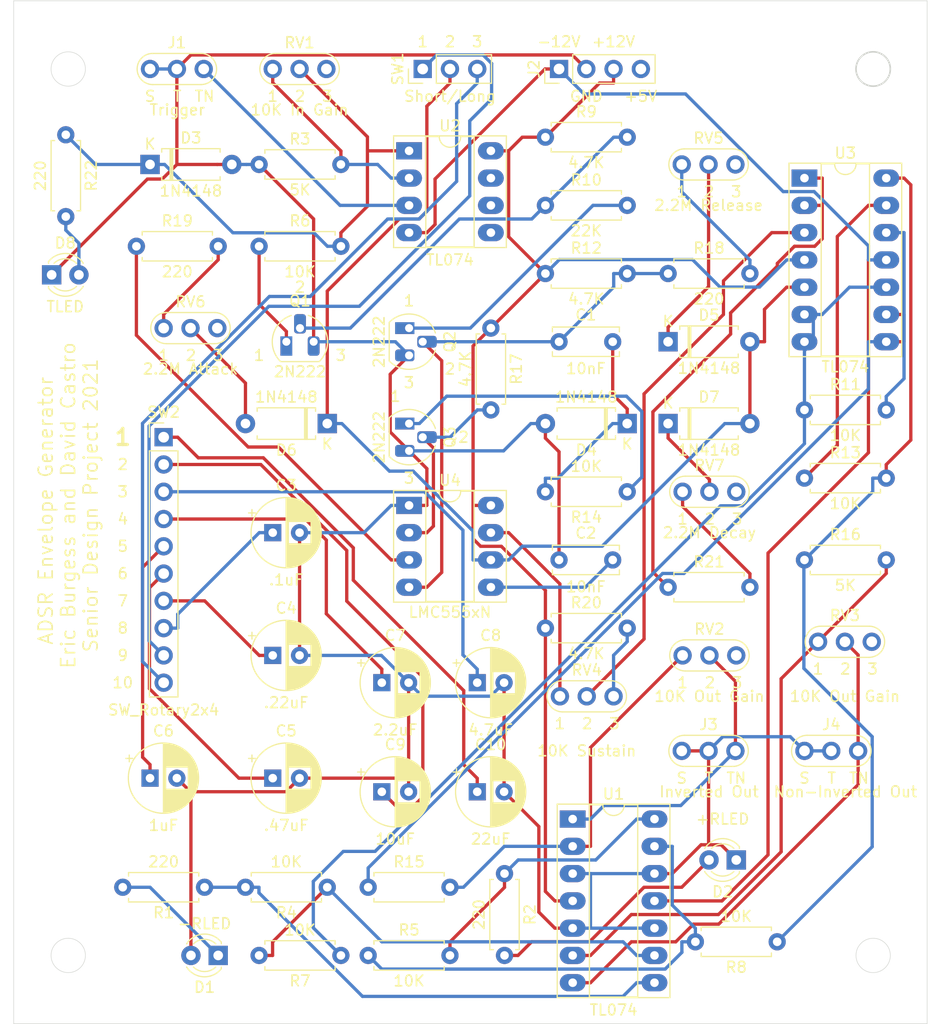
<source format=kicad_pcb>
(kicad_pcb (version 20171130) (host pcbnew "(5.1.12)-1")
  (layers (0 F.Cu signal) (31 B.Cu signal) (34 B.Paste user) (35 F.Paste user) (36 B.SilkS user) (37 F.SilkS user) (38 B.Mask user) (39 F.Mask user) (44 Edge.Cuts user))
  (net 0 "")
  (net 1 "Net-(C1-Pad2)")
  (net 2 "Net-(C1-Pad1)")
  (net 3 "Net-(C2-Pad2)")
  (net 4 GND)
  (net 5 "Net-(C3-Pad1)")
  (net 6 "Net-(C4-Pad1)")
  (net 7 "Net-(C5-Pad1)")
  (net 8 "Net-(C6-Pad1)")
  (net 9 "Net-(C7-Pad1)")
  (net 10 "Net-(C8-Pad1)")
  (net 11 "Net-(C9-Pad1)")
  (net 12 "Net-(C10-Pad1)")
  (net 13 "Net-(D3-Pad1)")
  (net 14 "Net-(D5-Pad2)")
  (net 15 "Net-(D5-Pad1)")
  (net 16 "Net-(D6-Pad2)")
  (net 17 "Net-(D7-Pad1)")
  (net 18 "Net-(J1-PadTN)")
  (net 19 +5V)
  (net 20 +12V)
  (net 21 -12V)
  (net 22 "Net-(J3-PadTN)")
  (net 23 "Net-(J4-PadTN)")
  (net 24 "Net-(Q1-Pad1)")
  (net 25 "Net-(Q1-Pad2)")
  (net 26 "Net-(Q2-Pad1)")
  (net 27 "Net-(Q3-Pad1)")
  (net 28 "Net-(Q3-Pad2)")
  (net 29 "Net-(R1-Pad1)")
  (net 30 "Net-(R2-Pad1)")
  (net 31 "Net-(R3-Pad2)")
  (net 32 "Net-(R4-Pad1)")
  (net 33 "Net-(R5-Pad1)")
  (net 34 "Net-(R11-Pad1)")
  (net 35 "Net-(R13-Pad2)")
  (net 36 "Net-(R11-Pad2)")
  (net 37 "Net-(R13-Pad1)")
  (net 38 "Net-(R15-Pad2)")
  (net 39 "Net-(R15-Pad1)")
  (net 40 "Net-(R16-Pad2)")
  (net 41 "Net-(R18-Pad2)")
  (net 42 "Net-(R19-Pad2)")
  (net 43 "Net-(R19-Pad1)")
  (net 44 "Net-(R20-Pad2)")
  (net 45 "Net-(R21-Pad2)")
  (net 46 "Net-(R21-Pad1)")
  (net 47 "Net-(RV1-Pad3)")
  (net 48 "Net-(RV2-Pad3)")
  (net 49 "Net-(RV3-Pad3)")
  (net 50 "Net-(RV4-Pad2)")
  (net 51 "Net-(RV4-Pad1)")
  (net 52 "Net-(RV5-Pad3)")
  (net 53 "Net-(RV6-Pad3)")
  (net 54 "Net-(RV7-Pad3)")
  (net 55 "Net-(SW1-Pad3)")
  (net 56 "Net-(SW1-Pad1)")
  (net 57 "Net-(D1-Pad1)")
  (net 58 "Net-(D2-Pad2)")
  (net 59 "Net-(D8-Pad2)")
  (module Resistor_THT:R_Axial_DIN0207_L6.3mm_D2.5mm_P7.62mm_Horizontal (layer F.Cu) (at 22.6339 37.8765 270)
    (fp_text reference R22 (at 3.81 -2.37 90) (layer F.SilkS))
    (fp_text value 220 (at 3.81 2.37 90) (layer F.SilkS))
    (pad 2 thru_hole oval (at 7.62 0 270) (size 1.6 1.6) (drill 0.8) (layers *.Cu *.Mask) (net 59 "Net-(D8-Pad2)"))
    (pad 1 thru_hole circle (at 0 0 270) (size 1.6 1.6) (drill 0.8) (layers *.Cu *.Mask) (net 13 "Net-(D3-Pad1)"))
  )
  (module LED_THT:LED_D3.0mm (layer F.Cu) (at 21.3157 50.9194)
    (fp_text reference D8 (at 1.27 -2.96) (layer F.SilkS))
    (fp_text value TLED (at 1.27 2.96) (layer F.SilkS))
    (pad 2 thru_hole circle (at 2.54 0) (size 1.8 1.8) (drill 0.9) (layers *.Cu *.Mask) (net 59 "Net-(D8-Pad2)"))
    (pad 1 thru_hole rect (at 0 0) (size 1.8 1.8) (drill 0.9) (layers *.Cu *.Mask) (net 4 GND))
  )
  (module Package_DIP:DIP-8_W7.62mm_Socket_LongPads (layer F.Cu) (at 54.61 72.39)
    (fp_text reference U4 (at 3.81 -2.33) (layer F.SilkS))
    (fp_text value LMC555xN (at 3.81 9.95) (layer F.SilkS))
    (pad 8 thru_hole oval (at 7.62 0) (size 2.4 1.6) (drill 0.8) (layers *.Cu *.Mask) (net 20 +12V))
    (pad 4 thru_hole oval (at 0 7.62) (size 2.4 1.6) (drill 0.8) (layers *.Cu *.Mask) (net 2 "Net-(C1-Pad1)"))
    (pad 7 thru_hole oval (at 7.62 2.54) (size 2.4 1.6) (drill 0.8) (layers *.Cu *.Mask) (net 51 "Net-(RV4-Pad1)"))
    (pad 3 thru_hole oval (at 0 5.08) (size 2.4 1.6) (drill 0.8) (layers *.Cu *.Mask) (net 43 "Net-(R19-Pad1)"))
    (pad 6 thru_hole oval (at 7.62 5.08) (size 2.4 1.6) (drill 0.8) (layers *.Cu *.Mask) (net 14 "Net-(D5-Pad2)"))
    (pad 2 thru_hole oval (at 0 2.54) (size 2.4 1.6) (drill 0.8) (layers *.Cu *.Mask) (net 28 "Net-(Q3-Pad2)"))
    (pad 5 thru_hole oval (at 7.62 7.62) (size 2.4 1.6) (drill 0.8) (layers *.Cu *.Mask) (net 3 "Net-(C2-Pad2)"))
    (pad 1 thru_hole rect (at 0 0) (size 2.4 1.6) (drill 0.8) (layers *.Cu *.Mask) (net 4 GND))
  )
  (module Package_DIP:DIP-14_W7.62mm_Socket_LongPads (layer F.Cu) (at 91.44 41.91)
    (fp_text reference U3 (at 3.81 -2.33) (layer F.SilkS))
    (fp_text value TL074 (at 3.81 17.57) (layer F.SilkS))
    (pad 14 thru_hole oval (at 7.62 0) (size 2.4 1.6) (drill 0.8) (layers *.Cu *.Mask) (net 35 "Net-(R13-Pad2)"))
    (pad 7 thru_hole oval (at 0 15.24) (size 2.4 1.6) (drill 0.8) (layers *.Cu *.Mask) (net 34 "Net-(R11-Pad1)"))
    (pad 13 thru_hole oval (at 7.62 2.54) (size 2.4 1.6) (drill 0.8) (layers *.Cu *.Mask) (net 37 "Net-(R13-Pad1)"))
    (pad 6 thru_hole oval (at 0 12.7) (size 2.4 1.6) (drill 0.8) (layers *.Cu *.Mask) (net 34 "Net-(R11-Pad1)"))
    (pad 12 thru_hole oval (at 7.62 5.08) (size 2.4 1.6) (drill 0.8) (layers *.Cu *.Mask) (net 36 "Net-(R11-Pad2)"))
    (pad 5 thru_hole oval (at 0 10.16) (size 2.4 1.6) (drill 0.8) (layers *.Cu *.Mask) (net 14 "Net-(D5-Pad2)"))
    (pad 11 thru_hole oval (at 7.62 7.62) (size 2.4 1.6) (drill 0.8) (layers *.Cu *.Mask) (net 21 -12V))
    (pad 4 thru_hole oval (at 0 7.62) (size 2.4 1.6) (drill 0.8) (layers *.Cu *.Mask) (net 20 +12V))
    (pad 10 thru_hole oval (at 7.62 10.16) (size 2.4 1.6) (drill 0.8) (layers *.Cu *.Mask) (net 34 "Net-(R11-Pad1)"))
    (pad 3 thru_hole oval (at 0 5.08) (size 2.4 1.6) (drill 0.8) (layers *.Cu *.Mask) (net 50 "Net-(RV4-Pad2)"))
    (pad 9 thru_hole oval (at 7.62 12.7) (size 2.4 1.6) (drill 0.8) (layers *.Cu *.Mask) (net 39 "Net-(R15-Pad1)"))
    (pad 2 thru_hole oval (at 0 2.54) (size 2.4 1.6) (drill 0.8) (layers *.Cu *.Mask) (net 46 "Net-(R21-Pad1)"))
    (pad 8 thru_hole oval (at 7.62 15.24) (size 2.4 1.6) (drill 0.8) (layers *.Cu *.Mask) (net 39 "Net-(R15-Pad1)"))
    (pad 1 thru_hole rect (at 0 0) (size 2.4 1.6) (drill 0.8) (layers *.Cu *.Mask) (net 46 "Net-(R21-Pad1)"))
  )
  (module Package_DIP:DIP-8_W7.62mm_Socket_LongPads (layer F.Cu) (at 54.61 39.37)
    (fp_text reference U2 (at 3.81 -2.33) (layer F.SilkS))
    (fp_text value TL074 (at 3.81 10.16) (layer F.SilkS))
    (pad 8 thru_hole oval (at 7.62 0) (size 2.4 1.6) (drill 0.8) (layers *.Cu *.Mask) (net 20 +12V))
    (pad 4 thru_hole oval (at 0 7.62) (size 2.4 1.6) (drill 0.8) (layers *.Cu *.Mask) (net 21 -12V))
    (pad 7 thru_hole oval (at 7.62 2.54) (size 2.4 1.6) (drill 0.8) (layers *.Cu *.Mask))
    (pad 3 thru_hole oval (at 0 5.08) (size 2.4 1.6) (drill 0.8) (layers *.Cu *.Mask) (net 18 "Net-(J1-PadTN)"))
    (pad 6 thru_hole oval (at 7.62 5.08) (size 2.4 1.6) (drill 0.8) (layers *.Cu *.Mask))
    (pad 2 thru_hole oval (at 0 2.54) (size 2.4 1.6) (drill 0.8) (layers *.Cu *.Mask) (net 31 "Net-(R3-Pad2)"))
    (pad 5 thru_hole oval (at 7.62 7.62) (size 2.4 1.6) (drill 0.8) (layers *.Cu *.Mask))
    (pad 1 thru_hole rect (at 0 0) (size 2.4 1.6) (drill 0.8) (layers *.Cu *.Mask) (net 13 "Net-(D3-Pad1)"))
  )
  (module Package_DIP:DIP-14_W7.62mm_Socket_LongPads (layer F.Cu) (at 69.85 101.6)
    (fp_text reference U1 (at 3.81 -2.33) (layer F.SilkS))
    (fp_text value TL074 (at 3.81 17.78) (layer F.SilkS))
    (pad 14 thru_hole oval (at 7.62 0) (size 2.4 1.6) (drill 0.8) (layers *.Cu *.Mask) (net 30 "Net-(R2-Pad1)"))
    (pad 7 thru_hole oval (at 0 15.24) (size 2.4 1.6) (drill 0.8) (layers *.Cu *.Mask) (net 23 "Net-(J4-PadTN)"))
    (pad 13 thru_hole oval (at 7.62 2.54) (size 2.4 1.6) (drill 0.8) (layers *.Cu *.Mask) (net 33 "Net-(R5-Pad1)"))
    (pad 6 thru_hole oval (at 0 12.7) (size 2.4 1.6) (drill 0.8) (layers *.Cu *.Mask) (net 40 "Net-(R16-Pad2)"))
    (pad 12 thru_hole oval (at 7.62 5.08) (size 2.4 1.6) (drill 0.8) (layers *.Cu *.Mask) (net 4 GND))
    (pad 5 thru_hole oval (at 0 10.16) (size 2.4 1.6) (drill 0.8) (layers *.Cu *.Mask) (net 4 GND))
    (pad 11 thru_hole oval (at 7.62 7.62) (size 2.4 1.6) (drill 0.8) (layers *.Cu *.Mask) (net 21 -12V))
    (pad 4 thru_hole oval (at 0 7.62) (size 2.4 1.6) (drill 0.8) (layers *.Cu *.Mask) (net 20 +12V))
    (pad 10 thru_hole oval (at 7.62 10.16) (size 2.4 1.6) (drill 0.8) (layers *.Cu *.Mask) (net 4 GND))
    (pad 3 thru_hole oval (at 0 5.08) (size 2.4 1.6) (drill 0.8) (layers *.Cu *.Mask) (net 4 GND))
    (pad 9 thru_hole oval (at 7.62 12.7) (size 2.4 1.6) (drill 0.8) (layers *.Cu *.Mask) (net 32 "Net-(R4-Pad1)"))
    (pad 2 thru_hole oval (at 0 2.54) (size 2.4 1.6) (drill 0.8) (layers *.Cu *.Mask) (net 38 "Net-(R15-Pad2)"))
    (pad 8 thru_hole oval (at 7.62 15.24) (size 2.4 1.6) (drill 0.8) (layers *.Cu *.Mask) (net 29 "Net-(R1-Pad1)"))
    (pad 1 thru_hole rect (at 0 0) (size 2.4 1.6) (drill 0.8) (layers *.Cu *.Mask) (net 22 "Net-(J3-PadTN)"))
  )
  (module Connector_PinHeader_2.54mm:PinHeader_1x10_P2.54mm_Vertical (layer F.Cu) (at 31.75 66.04)
    (fp_text reference SW2 (at 0 -2.33) (layer F.SilkS))
    (fp_text value SW_Rotary2x4 (at 0 25.4) (layer F.SilkS))
    (pad 10 thru_hole oval (at 0 22.86) (size 1.7 1.7) (drill 1) (layers *.Cu *.Mask) (net 55 "Net-(SW1-Pad3)"))
    (pad 9 thru_hole oval (at 0 20.32) (size 1.7 1.7) (drill 1) (layers *.Cu *.Mask) (net 56 "Net-(SW1-Pad1)"))
    (pad 8 thru_hole oval (at 0 17.78) (size 1.7 1.7) (drill 1) (layers *.Cu *.Mask) (net 5 "Net-(C3-Pad1)"))
    (pad 7 thru_hole oval (at 0 15.24) (size 1.7 1.7) (drill 1) (layers *.Cu *.Mask) (net 6 "Net-(C4-Pad1)"))
    (pad 6 thru_hole oval (at 0 12.7) (size 1.7 1.7) (drill 1) (layers *.Cu *.Mask) (net 7 "Net-(C5-Pad1)"))
    (pad 5 thru_hole oval (at 0 10.16) (size 1.7 1.7) (drill 1) (layers *.Cu *.Mask) (net 8 "Net-(C6-Pad1)"))
    (pad 4 thru_hole oval (at 0 7.62) (size 1.7 1.7) (drill 1) (layers *.Cu *.Mask) (net 9 "Net-(C7-Pad1)"))
    (pad 3 thru_hole oval (at 0 5.08) (size 1.7 1.7) (drill 1) (layers *.Cu *.Mask) (net 10 "Net-(C8-Pad1)"))
    (pad 2 thru_hole oval (at 0 2.54) (size 1.7 1.7) (drill 1) (layers *.Cu *.Mask) (net 11 "Net-(C9-Pad1)"))
    (pad 1 thru_hole rect (at 0 0) (size 1.7 1.7) (drill 1) (layers *.Cu *.Mask) (net 12 "Net-(C10-Pad1)"))
  )
  (module Connector_PinHeader_2.54mm:PinHeader_1x03_P2.54mm_Vertical (layer F.Cu) (at 55.88 31.75 90)
    (fp_text reference SW1 (at 0 -2.33 90) (layer F.SilkS))
    (fp_text value Short/Long (at -2.54 2.54 180) (layer F.SilkS))
    (pad 3 thru_hole oval (at 0 5.08 90) (size 1.7 1.7) (drill 1) (layers *.Cu *.Mask) (net 55 "Net-(SW1-Pad3)"))
    (pad 2 thru_hole oval (at 0 2.54 90) (size 1.7 1.7) (drill 1) (layers *.Cu *.Mask) (net 14 "Net-(D5-Pad2)"))
    (pad 1 thru_hole rect (at 0 0 90) (size 1.7 1.7) (drill 1) (layers *.Cu *.Mask) (net 56 "Net-(SW1-Pad1)"))
  )
  (module "ECAD Models:Pot_Small_Mounting_W7.0mm_H2.5mm" (layer F.Cu) (at 80.09 71.12)
    (fp_text reference RV7 (at 2.5 -2.45) (layer F.SilkS))
    (fp_text value "2.2M Decay" (at 2.5 3.81) (layer F.SilkS))
    (fp_text user 3 (at 5.08 2.54) (layer F.SilkS))
    (fp_text user 2 (at 2.54 2.54) (layer F.SilkS))
    (fp_text user 1 (at 0 2.54) (layer F.SilkS))
    (pad 3 thru_hole circle (at 5 0) (size 1.7 1.7) (drill 1) (layers *.Cu *.Mask) (net 54 "Net-(RV7-Pad3)"))
    (pad 2 thru_hole circle (at 2.5 0) (size 1.7 1.7) (drill 1) (layers *.Cu *.Mask) (net 17 "Net-(D7-Pad1)"))
    (pad 1 thru_hole circle (at 0 0) (size 1.7 1.7) (drill 1) (layers *.Cu *.Mask) (net 45 "Net-(R21-Pad2)"))
  )
  (module "ECAD Models:Pot_Small_Mounting_W7.0mm_H2.5mm" (layer F.Cu) (at 31.75 55.88)
    (fp_text reference RV6 (at 2.5 -2.45) (layer F.SilkS))
    (fp_text value "2.2M Attack" (at 2.5 3.81) (layer F.SilkS))
    (fp_text user 3 (at 5.08 2.54) (layer F.SilkS))
    (fp_text user 2 (at 2.54 2.54) (layer F.SilkS))
    (fp_text user 1 (at 0 2.54) (layer F.SilkS))
    (pad 3 thru_hole circle (at 5 0) (size 1.7 1.7) (drill 1) (layers *.Cu *.Mask) (net 53 "Net-(RV6-Pad3)"))
    (pad 2 thru_hole circle (at 2.5 0) (size 1.7 1.7) (drill 1) (layers *.Cu *.Mask) (net 16 "Net-(D6-Pad2)"))
    (pad 1 thru_hole circle (at 0 0) (size 1.7 1.7) (drill 1) (layers *.Cu *.Mask) (net 42 "Net-(R19-Pad2)"))
  )
  (module "ECAD Models:Pot_Small_Mounting_W7.0mm_H2.5mm" (layer F.Cu) (at 80.01 40.64)
    (fp_text reference RV5 (at 2.5 -2.45) (layer F.SilkS))
    (fp_text value "2.2M Release" (at 2.5 3.81) (layer F.SilkS))
    (fp_text user 3 (at 5.08 2.54) (layer F.SilkS))
    (fp_text user 2 (at 2.54 2.54) (layer F.SilkS))
    (fp_text user 1 (at 0 2.54) (layer F.SilkS))
    (pad 3 thru_hole circle (at 5 0) (size 1.7 1.7) (drill 1) (layers *.Cu *.Mask) (net 52 "Net-(RV5-Pad3)"))
    (pad 2 thru_hole circle (at 2.5 0) (size 1.7 1.7) (drill 1) (layers *.Cu *.Mask) (net 15 "Net-(D5-Pad1)"))
    (pad 1 thru_hole circle (at 0 0) (size 1.7 1.7) (drill 1) (layers *.Cu *.Mask) (net 41 "Net-(R18-Pad2)"))
  )
  (module "ECAD Models:Pot_Small_Mounting_W7.0mm_H2.5mm" (layer F.Cu) (at 68.66 90.17)
    (fp_text reference RV4 (at 2.5 -2.45) (layer F.SilkS))
    (fp_text value "10K Sustain" (at 2.5 5.08) (layer F.SilkS))
    (fp_text user 3 (at 5.08 2.54) (layer F.SilkS))
    (fp_text user 2 (at 2.54 2.54) (layer F.SilkS))
    (fp_text user 1 (at 0 2.54) (layer F.SilkS))
    (pad 3 thru_hole circle (at 5 0) (size 1.7 1.7) (drill 1) (layers *.Cu *.Mask) (net 44 "Net-(R20-Pad2)"))
    (pad 2 thru_hole circle (at 2.5 0) (size 1.7 1.7) (drill 1) (layers *.Cu *.Mask) (net 50 "Net-(RV4-Pad2)"))
    (pad 1 thru_hole circle (at 0 0) (size 1.7 1.7) (drill 1) (layers *.Cu *.Mask) (net 51 "Net-(RV4-Pad1)"))
  )
  (module "ECAD Models:Pot_Small_Mounting_W7.0mm_H2.5mm" (layer F.Cu) (at 92.71 85.09)
    (fp_text reference RV3 (at 2.5 -2.45) (layer F.SilkS))
    (fp_text value "10K Out Gain" (at 2.5 5.08) (layer F.SilkS))
    (fp_text user 3 (at 5.08 2.54) (layer F.SilkS))
    (fp_text user 2 (at 2.54 2.54) (layer F.SilkS))
    (fp_text user 1 (at 0 2.54) (layer F.SilkS))
    (pad 3 thru_hole circle (at 5 0) (size 1.7 1.7) (drill 1) (layers *.Cu *.Mask) (net 49 "Net-(RV3-Pad3)"))
    (pad 2 thru_hole circle (at 2.5 0) (size 1.7 1.7) (drill 1) (layers *.Cu *.Mask) (net 23 "Net-(J4-PadTN)"))
    (pad 1 thru_hole circle (at 0 0) (size 1.7 1.7) (drill 1) (layers *.Cu *.Mask) (net 40 "Net-(R16-Pad2)"))
  )
  (module "ECAD Models:Pot_Small_Mounting_W7.0mm_H2.5mm" (layer F.Cu) (at 80.09 86.36)
    (fp_text reference RV2 (at 2.5 -2.45) (layer F.SilkS))
    (fp_text value "10K Out Gain" (at 2.5 3.81) (layer F.SilkS))
    (fp_text user 3 (at 5.08 2.54) (layer F.SilkS))
    (fp_text user 2 (at 2.54 2.54) (layer F.SilkS))
    (fp_text user 1 (at 0 2.54) (layer F.SilkS))
    (pad 3 thru_hole circle (at 5 0) (size 1.7 1.7) (drill 1) (layers *.Cu *.Mask) (net 48 "Net-(RV2-Pad3)"))
    (pad 2 thru_hole circle (at 2.5 0) (size 1.7 1.7) (drill 1) (layers *.Cu *.Mask) (net 22 "Net-(J3-PadTN)"))
    (pad 1 thru_hole circle (at 0 0) (size 1.7 1.7) (drill 1) (layers *.Cu *.Mask) (net 38 "Net-(R15-Pad2)"))
  )
  (module "ECAD Models:Pot_Small_Mounting_W7.0mm_H2.5mm" (layer F.Cu) (at 41.91 31.75)
    (fp_text reference RV1 (at 2.5 -2.45) (layer F.SilkS))
    (fp_text value "10K In Gain" (at 2.5 3.81) (layer F.SilkS))
    (fp_text user 3 (at 5.08 2.54) (layer F.SilkS))
    (fp_text user 2 (at 2.54 2.54) (layer F.SilkS))
    (fp_text user 1 (at 0 2.54) (layer F.SilkS))
    (pad 3 thru_hole circle (at 5 0) (size 1.7 1.7) (drill 1) (layers *.Cu *.Mask) (net 47 "Net-(RV1-Pad3)"))
    (pad 2 thru_hole circle (at 2.5 0) (size 1.7 1.7) (drill 1) (layers *.Cu *.Mask) (net 13 "Net-(D3-Pad1)"))
    (pad 1 thru_hole circle (at 0 0) (size 1.7 1.7) (drill 1) (layers *.Cu *.Mask) (net 31 "Net-(R3-Pad2)"))
  )
  (module Resistor_THT:R_Axial_DIN0207_L6.3mm_D2.5mm_P7.62mm_Horizontal (layer F.Cu) (at 78.74 80.01)
    (fp_text reference R21 (at 3.81 -2.37) (layer F.SilkS))
    (fp_text value 220)
    (pad 2 thru_hole oval (at 7.62 0) (size 1.6 1.6) (drill 0.8) (layers *.Cu *.Mask) (net 45 "Net-(R21-Pad2)"))
    (pad 1 thru_hole circle (at 0 0) (size 1.6 1.6) (drill 0.8) (layers *.Cu *.Mask) (net 46 "Net-(R21-Pad1)"))
  )
  (module Resistor_THT:R_Axial_DIN0207_L6.3mm_D2.5mm_P7.62mm_Horizontal (layer F.Cu) (at 67.31 83.82)
    (fp_text reference R20 (at 3.81 -2.37) (layer F.SilkS))
    (fp_text value 4.7K (at 3.81 2.37) (layer F.SilkS))
    (pad 2 thru_hole oval (at 7.62 0) (size 1.6 1.6) (drill 0.8) (layers *.Cu *.Mask) (net 44 "Net-(R20-Pad2)"))
    (pad 1 thru_hole circle (at 0 0) (size 1.6 1.6) (drill 0.8) (layers *.Cu *.Mask) (net 20 +12V))
  )
  (module Resistor_THT:R_Axial_DIN0207_L6.3mm_D2.5mm_P7.62mm_Horizontal (layer F.Cu) (at 29.21 48.26)
    (fp_text reference R19 (at 3.81 -2.37) (layer F.SilkS))
    (fp_text value 220 (at 3.81 2.37) (layer F.SilkS))
    (pad 2 thru_hole oval (at 7.62 0) (size 1.6 1.6) (drill 0.8) (layers *.Cu *.Mask) (net 42 "Net-(R19-Pad2)"))
    (pad 1 thru_hole circle (at 0 0) (size 1.6 1.6) (drill 0.8) (layers *.Cu *.Mask) (net 43 "Net-(R19-Pad1)"))
  )
  (module Resistor_THT:R_Axial_DIN0207_L6.3mm_D2.5mm_P7.62mm_Horizontal (layer F.Cu) (at 78.74 50.8)
    (fp_text reference R18 (at 3.81 -2.37) (layer F.SilkS))
    (fp_text value 220 (at 3.81 2.37) (layer F.SilkS))
    (pad 2 thru_hole oval (at 7.62 0) (size 1.6 1.6) (drill 0.8) (layers *.Cu *.Mask) (net 41 "Net-(R18-Pad2)"))
    (pad 1 thru_hole circle (at 0 0) (size 1.6 1.6) (drill 0.8) (layers *.Cu *.Mask) (net 2 "Net-(C1-Pad1)"))
  )
  (module Resistor_THT:R_Axial_DIN0207_L6.3mm_D2.5mm_P7.62mm_Horizontal (layer F.Cu) (at 62.23 55.88 270)
    (fp_text reference R17 (at 3.81 -2.37 90) (layer F.SilkS))
    (fp_text value 4.7K (at 3.81 2.37 90) (layer F.SilkS))
    (pad 2 thru_hole oval (at 7.62 0 270) (size 1.6 1.6) (drill 0.8) (layers *.Cu *.Mask) (net 28 "Net-(Q3-Pad2)"))
    (pad 1 thru_hole circle (at 0 0 270) (size 1.6 1.6) (drill 0.8) (layers *.Cu *.Mask) (net 20 +12V))
  )
  (module Resistor_THT:R_Axial_DIN0207_L6.3mm_D2.5mm_P7.62mm_Horizontal (layer F.Cu) (at 91.44 77.47)
    (fp_text reference R16 (at 3.81 -2.37) (layer F.SilkS))
    (fp_text value 5K (at 3.81 2.37) (layer F.SilkS))
    (pad 2 thru_hole oval (at 7.62 0) (size 1.6 1.6) (drill 0.8) (layers *.Cu *.Mask) (net 40 "Net-(R16-Pad2)"))
    (pad 1 thru_hole circle (at 0 0) (size 1.6 1.6) (drill 0.8) (layers *.Cu *.Mask) (net 35 "Net-(R13-Pad2)"))
  )
  (module Resistor_THT:R_Axial_DIN0207_L6.3mm_D2.5mm_P7.62mm_Horizontal (layer F.Cu) (at 50.8 107.95)
    (fp_text reference R15 (at 3.81 -2.37) (layer F.SilkS))
    (fp_text value 5K)
    (pad 2 thru_hole oval (at 7.62 0) (size 1.6 1.6) (drill 0.8) (layers *.Cu *.Mask) (net 38 "Net-(R15-Pad2)"))
    (pad 1 thru_hole circle (at 0 0) (size 1.6 1.6) (drill 0.8) (layers *.Cu *.Mask) (net 39 "Net-(R15-Pad1)"))
  )
  (module Resistor_THT:R_Axial_DIN0207_L6.3mm_D2.5mm_P7.62mm_Horizontal (layer F.Cu) (at 74.93 71.12 180)
    (fp_text reference R14 (at 3.81 -2.37) (layer F.SilkS))
    (fp_text value 10K (at 3.81 2.37) (layer F.SilkS))
    (pad 2 thru_hole oval (at 7.62 0 180) (size 1.6 1.6) (drill 0.8) (layers *.Cu *.Mask) (net 1 "Net-(C1-Pad2)"))
    (pad 1 thru_hole circle (at 0 0 180) (size 1.6 1.6) (drill 0.8) (layers *.Cu *.Mask) (net 27 "Net-(Q3-Pad1)"))
  )
  (module Resistor_THT:R_Axial_DIN0207_L6.3mm_D2.5mm_P7.62mm_Horizontal (layer F.Cu) (at 91.44 69.85)
    (fp_text reference R13 (at 3.81 -2.37) (layer F.SilkS))
    (fp_text value 10K (at 3.81 2.37) (layer F.SilkS))
    (pad 2 thru_hole oval (at 7.62 0) (size 1.6 1.6) (drill 0.8) (layers *.Cu *.Mask) (net 35 "Net-(R13-Pad2)"))
    (pad 1 thru_hole circle (at 0 0) (size 1.6 1.6) (drill 0.8) (layers *.Cu *.Mask) (net 37 "Net-(R13-Pad1)"))
  )
  (module Resistor_THT:R_Axial_DIN0207_L6.3mm_D2.5mm_P7.62mm_Horizontal (layer F.Cu) (at 67.31 50.8)
    (fp_text reference R12 (at 3.81 -2.37) (layer F.SilkS))
    (fp_text value 4.7K (at 3.81 2.37) (layer F.SilkS))
    (pad 2 thru_hole oval (at 7.62 0) (size 1.6 1.6) (drill 0.8) (layers *.Cu *.Mask) (net 2 "Net-(C1-Pad1)"))
    (pad 1 thru_hole circle (at 0 0) (size 1.6 1.6) (drill 0.8) (layers *.Cu *.Mask) (net 20 +12V))
  )
  (module Resistor_THT:R_Axial_DIN0207_L6.3mm_D2.5mm_P7.62mm_Horizontal (layer F.Cu) (at 91.44 63.5)
    (fp_text reference R11 (at 3.81 -2.37) (layer F.SilkS))
    (fp_text value 10K (at 3.81 2.37) (layer F.SilkS))
    (pad 2 thru_hole oval (at 7.62 0) (size 1.6 1.6) (drill 0.8) (layers *.Cu *.Mask) (net 36 "Net-(R11-Pad2)"))
    (pad 1 thru_hole circle (at 0 0) (size 1.6 1.6) (drill 0.8) (layers *.Cu *.Mask) (net 34 "Net-(R11-Pad1)"))
  )
  (module Resistor_THT:R_Axial_DIN0207_L6.3mm_D2.5mm_P7.62mm_Horizontal (layer F.Cu) (at 67.31 44.45)
    (fp_text reference R10 (at 3.81 -2.37) (layer F.SilkS))
    (fp_text value 22K (at 3.81 2.37) (layer F.SilkS))
    (pad 2 thru_hole oval (at 7.62 0) (size 1.6 1.6) (drill 0.8) (layers *.Cu *.Mask) (net 26 "Net-(Q2-Pad1)"))
    (pad 1 thru_hole circle (at 0 0) (size 1.6 1.6) (drill 0.8) (layers *.Cu *.Mask) (net 25 "Net-(Q1-Pad2)"))
  )
  (module Resistor_THT:R_Axial_DIN0207_L6.3mm_D2.5mm_P7.62mm_Horizontal (layer F.Cu) (at 67.31 38.1)
    (fp_text reference R9 (at 3.81 -2.37) (layer F.SilkS))
    (fp_text value 4.7K (at 3.81 2.37) (layer F.SilkS))
    (pad 2 thru_hole oval (at 7.62 0) (size 1.6 1.6) (drill 0.8) (layers *.Cu *.Mask) (net 25 "Net-(Q1-Pad2)"))
    (pad 1 thru_hole circle (at 0 0) (size 1.6 1.6) (drill 0.8) (layers *.Cu *.Mask) (net 20 +12V))
  )
  (module Resistor_THT:R_Axial_DIN0207_L6.3mm_D2.5mm_P7.62mm_Horizontal (layer F.Cu) (at 88.9 113.03 180)
    (fp_text reference R8 (at 3.81 -2.37) (layer F.SilkS))
    (fp_text value 10K (at 3.81 2.37) (layer F.SilkS))
    (pad 2 thru_hole oval (at 7.62 0 180) (size 1.6 1.6) (drill 0.8) (layers *.Cu *.Mask) (net 33 "Net-(R5-Pad1)"))
    (pad 1 thru_hole circle (at 0 0 180) (size 1.6 1.6) (drill 0.8) (layers *.Cu *.Mask) (net 35 "Net-(R13-Pad2)"))
  )
  (module Resistor_THT:R_Axial_DIN0207_L6.3mm_D2.5mm_P7.62mm_Horizontal (layer F.Cu) (at 48.26 114.3 180)
    (fp_text reference R7 (at 3.81 -2.37) (layer F.SilkS))
    (fp_text value 10K (at 3.81 2.37) (layer F.SilkS))
    (pad 2 thru_hole oval (at 7.62 0 180) (size 1.6 1.6) (drill 0.8) (layers *.Cu *.Mask) (net 32 "Net-(R4-Pad1)"))
    (pad 1 thru_hole circle (at 0 0 180) (size 1.6 1.6) (drill 0.8) (layers *.Cu *.Mask) (net 34 "Net-(R11-Pad1)"))
  )
  (module Resistor_THT:R_Axial_DIN0207_L6.3mm_D2.5mm_P7.62mm_Horizontal (layer F.Cu) (at 40.64 48.26)
    (fp_text reference R6 (at 3.81 -2.37) (layer F.SilkS))
    (fp_text value 10K (at 3.81 2.37) (layer F.SilkS))
    (pad 2 thru_hole oval (at 7.62 0) (size 1.6 1.6) (drill 0.8) (layers *.Cu *.Mask) (net 13 "Net-(D3-Pad1)"))
    (pad 1 thru_hole circle (at 0 0) (size 1.6 1.6) (drill 0.8) (layers *.Cu *.Mask) (net 24 "Net-(Q1-Pad1)"))
  )
  (module Resistor_THT:R_Axial_DIN0207_L6.3mm_D2.5mm_P7.62mm_Horizontal (layer F.Cu) (at 50.8 114.3)
    (fp_text reference R5 (at 3.81 -2.37) (layer F.SilkS))
    (fp_text value 10K (at 3.81 2.37) (layer F.SilkS))
    (pad 2 thru_hole oval (at 7.62 0) (size 1.6 1.6) (drill 0.8) (layers *.Cu *.Mask) (net 30 "Net-(R2-Pad1)"))
    (pad 1 thru_hole circle (at 0 0) (size 1.6 1.6) (drill 0.8) (layers *.Cu *.Mask) (net 33 "Net-(R5-Pad1)"))
  )
  (module Resistor_THT:R_Axial_DIN0207_L6.3mm_D2.5mm_P7.62mm_Horizontal (layer F.Cu) (at 46.99 107.95 180)
    (fp_text reference R4 (at 3.81 -2.37) (layer F.SilkS))
    (fp_text value 10K (at 3.81 2.37) (layer F.SilkS))
    (pad 2 thru_hole oval (at 7.62 0 180) (size 1.6 1.6) (drill 0.8) (layers *.Cu *.Mask) (net 29 "Net-(R1-Pad1)"))
    (pad 1 thru_hole circle (at 0 0 180) (size 1.6 1.6) (drill 0.8) (layers *.Cu *.Mask) (net 32 "Net-(R4-Pad1)"))
  )
  (module Resistor_THT:R_Axial_DIN0207_L6.3mm_D2.5mm_P7.62mm_Horizontal (layer F.Cu) (at 40.64 40.64)
    (fp_text reference R3 (at 3.81 -2.37) (layer F.SilkS))
    (fp_text value 5K (at 3.81 2.37) (layer F.SilkS))
    (pad 2 thru_hole oval (at 7.62 0) (size 1.6 1.6) (drill 0.8) (layers *.Cu *.Mask) (net 31 "Net-(R3-Pad2)"))
    (pad 1 thru_hole circle (at 0 0) (size 1.6 1.6) (drill 0.8) (layers *.Cu *.Mask) (net 4 GND))
  )
  (module Resistor_THT:R_Axial_DIN0207_L6.3mm_D2.5mm_P7.62mm_Horizontal (layer F.Cu) (at 63.5 106.68 270)
    (fp_text reference R2 (at 3.81 -2.37 90) (layer F.SilkS))
    (fp_text value 220 (at 3.81 2.37 90) (layer F.SilkS))
    (pad 2 thru_hole oval (at 7.62 0 270) (size 1.6 1.6) (drill 0.8) (layers *.Cu *.Mask) (net 58 "Net-(D2-Pad2)"))
    (pad 1 thru_hole circle (at 0 0 270) (size 1.6 1.6) (drill 0.8) (layers *.Cu *.Mask) (net 30 "Net-(R2-Pad1)"))
  )
  (module Resistor_THT:R_Axial_DIN0207_L6.3mm_D2.5mm_P7.62mm_Horizontal (layer F.Cu) (at 35.56 107.95 180)
    (fp_text reference R1 (at 3.81 -2.37) (layer F.SilkS))
    (fp_text value 220 (at 3.81 2.37) (layer F.SilkS))
    (pad 2 thru_hole oval (at 7.62 0 180) (size 1.6 1.6) (drill 0.8) (layers *.Cu *.Mask) (net 57 "Net-(D1-Pad1)"))
    (pad 1 thru_hole circle (at 0 0 180) (size 1.6 1.6) (drill 0.8) (layers *.Cu *.Mask) (net 29 "Net-(R1-Pad1)"))
  )
  (module Package_TO_SOT_THT:TO-92L_HandSolder (layer F.Cu) (at 54.61 64.77 270)
    (fp_text reference Q3 (at 1.27 -3.8 90) (layer F.SilkS))
    (fp_text value 2N222 (at 1.27 2.79 90) (layer F.SilkS))
    (pad 1 thru_hole rect (at 0 0 270) (size 1.1 1.8) (drill 0.75 (offset 0 0.4)) (layers *.Cu *.Mask) (net 27 "Net-(Q3-Pad1)"))
    (pad 3 thru_hole roundrect (at 2.54 0 270) (size 1.1 1.8) (drill 0.75 (offset 0 0.4)) (layers *.Cu *.Mask) (net 4 GND))
    (pad 2 thru_hole roundrect (at 1.27 -1.27 270) (size 1.1 1.8) (drill 0.75 (offset 0 -0.4)) (layers *.Cu *.Mask) (net 28 "Net-(Q3-Pad2)"))
  )
  (module Package_TO_SOT_THT:TO-92L_HandSolder (layer F.Cu) (at 54.61 55.88 270)
    (fp_text reference Q2 (at 1.27 -3.8 90) (layer F.SilkS))
    (fp_text value 2N222 (at 1.27 2.79 90) (layer F.SilkS))
    (pad 1 thru_hole rect (at 0 0 270) (size 1.1 1.8) (drill 0.75 (offset 0 0.4)) (layers *.Cu *.Mask) (net 26 "Net-(Q2-Pad1)"))
    (pad 3 thru_hole roundrect (at 2.54 0 270) (size 1.1 1.8) (drill 0.75 (offset 0 0.4)) (layers *.Cu *.Mask) (net 4 GND))
    (pad 2 thru_hole roundrect (at 1.27 -1.27 270) (size 1.1 1.8) (drill 0.75 (offset 0 -0.4)) (layers *.Cu *.Mask) (net 2 "Net-(C1-Pad1)"))
  )
  (module Package_TO_SOT_THT:TO-92L_HandSolder (layer F.Cu) (at 43.18 57.15)
    (fp_text reference Q1 (at 1.27 -3.8) (layer F.SilkS))
    (fp_text value 2N222 (at 1.27 2.79) (layer F.SilkS))
    (pad 1 thru_hole rect (at 0 0) (size 1.1 1.8) (drill 0.75 (offset 0 0.4)) (layers *.Cu *.Mask) (net 24 "Net-(Q1-Pad1)"))
    (pad 3 thru_hole roundrect (at 2.54 0) (size 1.1 1.8) (drill 0.75 (offset 0 0.4)) (layers *.Cu *.Mask) (net 4 GND))
    (pad 2 thru_hole roundrect (at 1.27 -1.27) (size 1.1 1.8) (drill 0.75 (offset 0 -0.4)) (layers *.Cu *.Mask) (net 25 "Net-(Q1-Pad2)"))
  )
  (module "ECAD Models:Thonkiconn_Audio_Jack_PJ398SM_W7.0mm_H2.5mm" (layer F.Cu) (at 91.44 95.25)
    (fp_text reference J4 (at 2.5 -2.45) (layer F.SilkS))
    (fp_text value "Non-Inverted Out" (at 3.81 3.81) (layer F.SilkS))
    (fp_text user TN (at 5.08 2.54) (layer F.SilkS))
    (fp_text user T (at 2.54 2.54) (layer F.SilkS))
    (fp_text user S (at 0 2.54) (layer F.SilkS))
    (pad TN thru_hole circle (at 5 0) (size 1.7 1.7) (drill 1) (layers *.Cu *.Mask) (net 23 "Net-(J4-PadTN)"))
    (pad T thru_hole circle (at 2.5 0) (size 1.7 1.7) (drill 1) (layers *.Cu *.Mask) (net 4 GND))
    (pad S thru_hole circle (at 0 0) (size 1.7 1.7) (drill 1) (layers *.Cu *.Mask) (net 4 GND))
  )
  (module "ECAD Models:Thonkiconn_Audio_Jack_PJ398SM_W7.0mm_H2.5mm" (layer F.Cu) (at 80.01 95.25)
    (fp_text reference J3 (at 2.5 -2.45) (layer F.SilkS))
    (fp_text value "Inverted Out" (at 2.54 3.81) (layer F.SilkS))
    (fp_text user TN (at 5.08 2.54) (layer F.SilkS))
    (fp_text user T (at 2.54 2.54) (layer F.SilkS))
    (fp_text user S (at 0 2.54) (layer F.SilkS))
    (pad TN thru_hole circle (at 5 0) (size 1.7 1.7) (drill 1) (layers *.Cu *.Mask) (net 22 "Net-(J3-PadTN)"))
    (pad T thru_hole circle (at 2.5 0) (size 1.7 1.7) (drill 1) (layers *.Cu *.Mask) (net 4 GND))
    (pad S thru_hole circle (at 0 0) (size 1.7 1.7) (drill 1) (layers *.Cu *.Mask) (net 4 GND))
  )
  (module Connector_PinHeader_2.54mm:PinHeader_1x04_P2.54mm_Vertical (layer F.Cu) (at 68.58 31.75 90)
    (fp_text reference J2 (at 0 -2.33 90) (layer F.SilkS))
    (fp_text value Conn_01x04)
    (pad 4 thru_hole oval (at 0 7.62 90) (size 1.7 1.7) (drill 1) (layers *.Cu *.Mask) (net 19 +5V))
    (pad 3 thru_hole oval (at 0 5.08 90) (size 1.7 1.7) (drill 1) (layers *.Cu *.Mask) (net 20 +12V))
    (pad 2 thru_hole oval (at 0 2.54 90) (size 1.7 1.7) (drill 1) (layers *.Cu *.Mask) (net 4 GND))
    (pad 1 thru_hole rect (at 0 0 90) (size 1.7 1.7) (drill 1) (layers *.Cu *.Mask) (net 21 -12V))
  )
  (module "ECAD Models:Thonkiconn_Audio_Jack_PJ398SM_W7.0mm_H2.5mm" (layer F.Cu) (at 30.48 31.75)
    (fp_text reference J1 (at 2.5 -2.45) (layer F.SilkS))
    (fp_text value Trigger (at 2.54 3.81) (layer F.SilkS))
    (fp_text user TN (at 5.08 2.54) (layer F.SilkS))
    (fp_text user T (at 2.54 2.54) (layer F.SilkS))
    (fp_text user S (at 0 2.54) (layer F.SilkS))
    (pad TN thru_hole circle (at 5 0) (size 1.7 1.7) (drill 1) (layers *.Cu *.Mask) (net 18 "Net-(J1-PadTN)"))
    (pad T thru_hole circle (at 2.5 0) (size 1.7 1.7) (drill 1) (layers *.Cu *.Mask) (net 4 GND))
    (pad S thru_hole circle (at 0 0) (size 1.7 1.7) (drill 1) (layers *.Cu *.Mask) (net 4 GND))
  )
  (module Diode_THT:D_A-405_P7.62mm_Horizontal (layer F.Cu) (at 78.74 64.77)
    (fp_text reference D7 (at 3.81 -2.47) (layer F.SilkS))
    (fp_text value 1N4148 (at 3.81 2.47) (layer F.SilkS))
    (fp_text user K (at 0 -1.9) (layer F.SilkS))
    (pad 2 thru_hole oval (at 7.62 0) (size 1.8 1.8) (drill 0.9) (layers *.Cu *.Mask) (net 14 "Net-(D5-Pad2)"))
    (pad 1 thru_hole rect (at 0 0) (size 1.8 1.8) (drill 0.9) (layers *.Cu *.Mask) (net 17 "Net-(D7-Pad1)"))
  )
  (module Diode_THT:D_A-405_P7.62mm_Horizontal (layer F.Cu) (at 46.99 64.77 180)
    (fp_text reference D6 (at 3.81 -2.47) (layer F.SilkS))
    (fp_text value 1N4148 (at 3.81 2.47) (layer F.SilkS))
    (fp_text user K (at 0 -1.9) (layer F.SilkS))
    (pad 2 thru_hole oval (at 7.62 0 180) (size 1.8 1.8) (drill 0.9) (layers *.Cu *.Mask) (net 16 "Net-(D6-Pad2)"))
    (pad 1 thru_hole rect (at 0 0 180) (size 1.8 1.8) (drill 0.9) (layers *.Cu *.Mask) (net 14 "Net-(D5-Pad2)"))
  )
  (module Diode_THT:D_A-405_P7.62mm_Horizontal (layer F.Cu) (at 78.74 57.15)
    (fp_text reference D5 (at 3.81 -2.47) (layer F.SilkS))
    (fp_text value 1N4148 (at 3.81 2.47) (layer F.SilkS))
    (fp_text user K (at 0 -1.9) (layer F.SilkS))
    (pad 2 thru_hole oval (at 7.62 0) (size 1.8 1.8) (drill 0.9) (layers *.Cu *.Mask) (net 14 "Net-(D5-Pad2)"))
    (pad 1 thru_hole rect (at 0 0) (size 1.8 1.8) (drill 0.9) (layers *.Cu *.Mask) (net 15 "Net-(D5-Pad1)"))
  )
  (module Diode_THT:D_A-405_P7.62mm_Horizontal (layer F.Cu) (at 74.93 64.77 180)
    (fp_text reference D4 (at 3.81 -2.47) (layer F.SilkS))
    (fp_text value 1N4148 (at 3.81 2.47) (layer F.SilkS))
    (fp_text user K (at 0 -1.9) (layer F.SilkS))
    (pad 2 thru_hole oval (at 7.62 0 180) (size 1.8 1.8) (drill 0.9) (layers *.Cu *.Mask) (net 4 GND))
    (pad 1 thru_hole rect (at 0 0 180) (size 1.8 1.8) (drill 0.9) (layers *.Cu *.Mask) (net 1 "Net-(C1-Pad2)"))
  )
  (module Diode_THT:D_A-405_P7.62mm_Horizontal (layer F.Cu) (at 30.48 40.64)
    (fp_text reference D3 (at 3.81 -2.47) (layer F.SilkS))
    (fp_text value 1N4148 (at 3.81 2.47) (layer F.SilkS))
    (fp_text user K (at 0 -1.9) (layer F.SilkS))
    (pad 2 thru_hole oval (at 7.62 0) (size 1.8 1.8) (drill 0.9) (layers *.Cu *.Mask) (net 4 GND))
    (pad 1 thru_hole rect (at 0 0) (size 1.8 1.8) (drill 0.9) (layers *.Cu *.Mask) (net 13 "Net-(D3-Pad1)"))
  )
  (module LED_THT:LED_D3.0mm (layer F.Cu) (at 85.09 105.41 180)
    (fp_text reference D2 (at 1.27 -2.96) (layer F.SilkS))
    (fp_text value +RLED (at 1.27 3.81) (layer F.SilkS))
    (pad 2 thru_hole circle (at 2.54 0 180) (size 1.8 1.8) (drill 0.9) (layers *.Cu *.Mask) (net 58 "Net-(D2-Pad2)"))
    (pad 1 thru_hole rect (at 0 0 180) (size 1.8 1.8) (drill 0.9) (layers *.Cu *.Mask) (net 4 GND))
  )
  (module LED_THT:LED_D3.0mm (layer F.Cu) (at 36.83 114.3 180)
    (fp_text reference D1 (at 1.27 -2.96) (layer F.SilkS))
    (fp_text value -RLED (at 1.27 2.96) (layer F.SilkS))
    (pad 2 thru_hole circle (at 2.54 0 180) (size 1.8 1.8) (drill 0.9) (layers *.Cu *.Mask) (net 4 GND))
    (pad 1 thru_hole rect (at 0 0 180) (size 1.8 1.8) (drill 0.9) (layers *.Cu *.Mask) (net 57 "Net-(D1-Pad1)"))
  )
  (module Capacitor_THT:CP_Radial_D6.3mm_P2.50mm (layer F.Cu) (at 60.96 99.06)
    (fp_text reference C10 (at 1.25 -4.4) (layer F.SilkS))
    (fp_text value 22uF (at 1.25 4.4) (layer F.SilkS))
    (pad 2 thru_hole circle (at 2.5 0) (size 1.6 1.6) (drill 0.8) (layers *.Cu *.Mask) (net 4 GND))
    (pad 1 thru_hole rect (at 0 0) (size 1.6 1.6) (drill 0.8) (layers *.Cu *.Mask) (net 12 "Net-(C10-Pad1)"))
  )
  (module Capacitor_THT:CP_Radial_D6.3mm_P2.50mm (layer F.Cu) (at 52.07 99.06)
    (fp_text reference C9 (at 1.25 -4.4) (layer F.SilkS))
    (fp_text value 10uF (at 1.25 4.4) (layer F.SilkS))
    (pad 2 thru_hole circle (at 2.5 0) (size 1.6 1.6) (drill 0.8) (layers *.Cu *.Mask) (net 4 GND))
    (pad 1 thru_hole rect (at 0 0) (size 1.6 1.6) (drill 0.8) (layers *.Cu *.Mask) (net 11 "Net-(C9-Pad1)"))
  )
  (module Capacitor_THT:CP_Radial_D6.3mm_P2.50mm (layer F.Cu) (at 60.96 88.9)
    (fp_text reference C8 (at 1.25 -4.4) (layer F.SilkS))
    (fp_text value 4.7uF (at 1.25 4.4) (layer F.SilkS))
    (pad 2 thru_hole circle (at 2.5 0) (size 1.6 1.6) (drill 0.8) (layers *.Cu *.Mask) (net 4 GND))
    (pad 1 thru_hole rect (at 0 0) (size 1.6 1.6) (drill 0.8) (layers *.Cu *.Mask) (net 10 "Net-(C8-Pad1)"))
  )
  (module Capacitor_THT:CP_Radial_D6.3mm_P2.50mm (layer F.Cu) (at 52.07 88.9)
    (fp_text reference C7 (at 1.25 -4.4) (layer F.SilkS))
    (fp_text value 2.2uF (at 1.25 4.4) (layer F.SilkS))
    (pad 2 thru_hole circle (at 2.5 0) (size 1.6 1.6) (drill 0.8) (layers *.Cu *.Mask) (net 4 GND))
    (pad 1 thru_hole rect (at 0 0) (size 1.6 1.6) (drill 0.8) (layers *.Cu *.Mask) (net 9 "Net-(C7-Pad1)"))
  )
  (module Capacitor_THT:CP_Radial_D6.3mm_P2.50mm (layer F.Cu) (at 30.48 97.79)
    (fp_text reference C6 (at 1.25 -4.4) (layer F.SilkS))
    (fp_text value 1uF (at 1.25 4.4) (layer F.SilkS))
    (pad 2 thru_hole circle (at 2.5 0) (size 1.6 1.6) (drill 0.8) (layers *.Cu *.Mask) (net 4 GND))
    (pad 1 thru_hole rect (at 0 0) (size 1.6 1.6) (drill 0.8) (layers *.Cu *.Mask) (net 8 "Net-(C6-Pad1)"))
  )
  (module Capacitor_THT:CP_Radial_D6.3mm_P2.50mm (layer F.Cu) (at 41.91 97.79)
    (fp_text reference C5 (at 1.25 -4.4) (layer F.SilkS))
    (fp_text value .47uF (at 1.25 4.4) (layer F.SilkS))
    (pad 2 thru_hole circle (at 2.5 0) (size 1.6 1.6) (drill 0.8) (layers *.Cu *.Mask) (net 4 GND))
    (pad 1 thru_hole rect (at 0 0) (size 1.6 1.6) (drill 0.8) (layers *.Cu *.Mask) (net 7 "Net-(C5-Pad1)"))
  )
  (module Capacitor_THT:CP_Radial_D6.3mm_P2.50mm (layer F.Cu) (at 41.91 86.36)
    (fp_text reference C4 (at 1.25 -4.4) (layer F.SilkS))
    (fp_text value .22uF (at 1.25 4.4) (layer F.SilkS))
    (pad 2 thru_hole circle (at 2.5 0) (size 1.6 1.6) (drill 0.8) (layers *.Cu *.Mask) (net 4 GND))
    (pad 1 thru_hole rect (at 0 0) (size 1.6 1.6) (drill 0.8) (layers *.Cu *.Mask) (net 6 "Net-(C4-Pad1)"))
  )
  (module Capacitor_THT:CP_Radial_D6.3mm_P2.50mm (layer F.Cu) (at 41.91 74.93)
    (fp_text reference C3 (at 1.25 -4.4) (layer F.SilkS))
    (fp_text value .1uF (at 1.25 4.4) (layer F.SilkS))
    (pad 2 thru_hole circle (at 2.5 0) (size 1.6 1.6) (drill 0.8) (layers *.Cu *.Mask) (net 4 GND))
    (pad 1 thru_hole rect (at 0 0) (size 1.6 1.6) (drill 0.8) (layers *.Cu *.Mask) (net 5 "Net-(C3-Pad1)"))
  )
  (module Capacitor_THT:C_Disc_D6.0mm_W2.5mm_P5.00mm (layer F.Cu) (at 68.58 77.47)
    (fp_text reference C2 (at 2.5 -2.5) (layer F.SilkS))
    (fp_text value 10nF (at 2.5 2.5) (layer F.SilkS))
    (pad 2 thru_hole circle (at 5 0) (size 1.6 1.6) (drill 0.8) (layers *.Cu *.Mask) (net 3 "Net-(C2-Pad2)"))
    (pad 1 thru_hole circle (at 0 0) (size 1.6 1.6) (drill 0.8) (layers *.Cu *.Mask) (net 4 GND))
  )
  (module Capacitor_THT:C_Disc_D6.0mm_W2.5mm_P5.00mm (layer F.Cu) (at 68.58 57.15)
    (fp_text reference C1 (at 2.5 -2.5) (layer F.SilkS))
    (fp_text value 10nF (at 2.5 2.5) (layer F.SilkS))
    (pad 2 thru_hole circle (at 5 0) (size 1.6 1.6) (drill 0.8) (layers *.Cu *.Mask) (net 1 "Net-(C1-Pad2)"))
    (pad 1 thru_hole circle (at 0 0) (size 1.6 1.6) (drill 0.8) (layers *.Cu *.Mask) (net 2 "Net-(C1-Pad1)"))
  )
  (gr_circle (center 22.86 31.75) (end 24.46 31.75) (layer Edge.Cuts) (width 0.05))
  (gr_circle (center 97.8408 31.75) (end 99.4408 31.75) (layer Edge.Cuts) (width 0.15))
  (gr_text "ADSR Envelope Generator \nEric Burgess and David Castro\nSenior Design Project 2021" (at 22.86 72.39 90) (layer F.SilkS) (effects (font (size 1.3 1.3))))
  (gr_circle (center 97.8408 114.3) (end 99.4408 114.3) (layer Edge.Cuts) (width 0.05))
  (gr_circle (center 22.86 114.3) (end 24.46 114.3) (layer Edge.Cuts) (width 0.05))
  (gr_line (start 102.87 25.4) (end 17.78 25.4) (layer Edge.Cuts) (width 0.05))
  (gr_line (start 102.87 120.65) (end 102.87 25.4) (layer Edge.Cuts) (width 0.05))
  (gr_line (start 17.78 120.65) (end 102.87 120.65) (layer Edge.Cuts) (width 0.05))
  (gr_line (start 17.78 25.4) (end 17.78 120.65) (layer Edge.Cuts) (width 0.05))
  (gr_text 3 (at 48.26 58.42) (layer F.SilkS) (effects (font (size 1 1))))
  (gr_text 2 (at 44.45 52.07) (layer F.SilkS) (effects (font (size 1 1))))
  (gr_text 1 (at 40.64 58.42) (layer F.SilkS) (effects (font (size 1 1))))
  (gr_text 3 (at 54.61 60.96) (layer F.SilkS) (effects (font (size 1 1))))
  (gr_text 2 (at 58.42 59.69) (layer F.SilkS) (effects (font (size 1 1))))
  (gr_text 1 (at 54.61 53.34) (layer F.SilkS) (effects (font (size 1 1))))
  (gr_text 3 (at 54.61 69.85) (layer F.SilkS) (effects (font (size 1 1))))
  (gr_text 2 (at 59.69 66.04) (layer F.SilkS) (effects (font (size 1 1))))
  (gr_text 1 (at 53.34 62.23) (layer F.SilkS) (effects (font (size 1 1))))
  (gr_text 10 (at 27.94 88.9) (layer F.SilkS) (effects (font (size 1 1))))
  (gr_text 9 (at 27.94 86.36) (layer F.SilkS) (effects (font (size 1 1))))
  (gr_text 8 (at 27.94 83.82) (layer F.SilkS) (effects (font (size 1 1))))
  (gr_text 7 (at 27.94 81.28) (layer F.SilkS) (effects (font (size 1 1))))
  (gr_text 6 (at 27.94 78.74) (layer F.SilkS) (effects (font (size 1 1))))
  (gr_text 5 (at 27.94 76.2) (layer F.SilkS) (effects (font (size 1 1))))
  (gr_text 4 (at 27.94 73.66) (layer F.SilkS) (effects (font (size 1 1))))
  (gr_text 3 (at 27.94 71.12) (layer F.SilkS) (effects (font (size 1 1))))
  (gr_text 2 (at 27.94 68.58) (layer F.SilkS) (effects (font (size 1 1))))
  (gr_text 1 (at 27.94 66.04) (layer F.SilkS) (effects (font (size 1.5 1.5) (thickness 0.3))))
  (gr_text +5V (at 76.2 34.29) (layer F.SilkS) (effects (font (size 1 1))))
  (gr_text +12V (at 73.66 29.21) (layer F.SilkS) (effects (font (size 1 1))))
  (gr_text GND (at 71.12 34.29) (layer F.SilkS) (effects (font (size 1 1))))
  (gr_text -12V (at 68.58 29.21) (layer F.SilkS) (effects (font (size 1 1))))
  (gr_text 3 (at 60.96 29.21) (layer F.SilkS) (effects (font (size 1 1))))
  (gr_text 2 (at 58.42 29.21) (layer F.SilkS) (effects (font (size 1 1))))
  (gr_text 1 (at 55.88 29.21) (layer F.SilkS) (effects (font (size 1 1))))
  (segment (start 67.31 71.12) (end 67.31 69.8625) (width 0.3048) (layer B.Cu) (net 1))
  (segment (start 74.93 64.77) (end 73.5725 64.77) (width 0.3048) (layer B.Cu) (net 1))
  (segment (start 73.5725 64.77) (end 68.48 69.8625) (width 0.3048) (layer B.Cu) (net 1))
  (segment (start 68.48 69.8625) (end 67.31 69.8625) (width 0.3048) (layer B.Cu) (net 1))
  (segment (start 74.93 64.77) (end 74.93 63.4125) (width 0.3048) (layer F.Cu) (net 1))
  (segment (start 73.58 57.15) (end 73.58 62.0625) (width 0.3048) (layer F.Cu) (net 1))
  (segment (start 73.58 62.0625) (end 74.93 63.4125) (width 0.3048) (layer F.Cu) (net 1))
  (segment (start 54.61 80.01) (end 56.2675 80.01) (width 0.3048) (layer F.Cu) (net 2))
  (segment (start 55.88 57.15) (end 57.6523 58.9223) (width 0.3048) (layer F.Cu) (net 2))
  (segment (start 57.6523 58.9223) (end 57.6523 78.6252) (width 0.3048) (layer F.Cu) (net 2))
  (segment (start 57.6523 78.6252) (end 56.2675 80.01) (width 0.3048) (layer F.Cu) (net 2))
  (segment (start 74.93 50.8) (end 73.6725 50.8) (width 0.3048) (layer B.Cu) (net 2))
  (segment (start 68.58 57.15) (end 73.6725 52.0575) (width 0.3048) (layer B.Cu) (net 2))
  (segment (start 73.6725 52.0575) (end 73.6725 50.8) (width 0.3048) (layer B.Cu) (net 2))
  (segment (start 68.58 57.15) (end 55.88 57.15) (width 0.3048) (layer B.Cu) (net 2))
  (segment (start 74.93 50.8) (end 78.74 50.8) (width 0.3048) (layer B.Cu) (net 2))
  (segment (start 73.58 77.47) (end 71.04 80.01) (width 0.3048) (layer B.Cu) (net 3))
  (segment (start 71.04 80.01) (end 62.23 80.01) (width 0.3048) (layer B.Cu) (net 3))
  (segment (start 71.5075 111.76) (end 75.8125 111.76) (width 0.3048) (layer B.Cu) (net 4))
  (segment (start 77.47 111.76) (end 75.8125 111.76) (width 0.3048) (layer B.Cu) (net 4))
  (segment (start 71.5075 111.76) (end 71.5075 106.68) (width 0.3048) (layer B.Cu) (net 4))
  (segment (start 71.5075 106.68) (end 75.8125 106.68) (width 0.3048) (layer B.Cu) (net 4))
  (segment (start 77.47 106.68) (end 75.8125 106.68) (width 0.3048) (layer B.Cu) (net 4))
  (segment (start 54.61 72.39) (end 56.2675 72.39) (width 0.3048) (layer F.Cu) (net 4))
  (segment (start 56.2675 72.39) (end 56.2675 68.9675) (width 0.3048) (layer F.Cu) (net 4))
  (segment (start 56.2675 68.9675) (end 54.61 67.31) (width 0.3048) (layer F.Cu) (net 4))
  (segment (start 54.61 58.42) (end 52.8524 60.1776) (width 0.3048) (layer F.Cu) (net 4))
  (segment (start 52.8524 60.1776) (end 52.8524 65.5524) (width 0.3048) (layer F.Cu) (net 4))
  (segment (start 52.8524 65.5524) (end 54.61 67.31) (width 0.3048) (layer F.Cu) (net 4))
  (segment (start 82.51 95.25) (end 80.01 95.25) (width 0.3048) (layer F.Cu) (net 4))
  (segment (start 82.51 95.25) (end 82.51 103.9931) (width 0.3048) (layer F.Cu) (net 4))
  (segment (start 69.85 111.76) (end 71.5075 111.76) (width 0.3048) (layer B.Cu) (net 4))
  (segment (start 32.98 31.75) (end 34.2876 30.4424) (width 0.3048) (layer F.Cu) (net 4))
  (segment (start 34.2876 30.4424) (end 69.8124 30.4424) (width 0.3048) (layer F.Cu) (net 4))
  (segment (start 69.8124 30.4424) (end 71.12 31.75) (width 0.3048) (layer F.Cu) (net 4))
  (segment (start 32.98 40.64) (end 32.98 31.75) (width 0.3048) (layer F.Cu) (net 4))
  (segment (start 54.61 72.39) (end 52.9525 72.39) (width 0.3048) (layer B.Cu) (net 4))
  (segment (start 52.9525 72.39) (end 50.4125 74.93) (width 0.3048) (layer B.Cu) (net 4))
  (segment (start 50.4125 74.93) (end 44.41 74.93) (width 0.3048) (layer B.Cu) (net 4))
  (segment (start 40.64 40.64) (end 39.4575 40.64) (width 0.3048) (layer B.Cu) (net 4))
  (segment (start 38.1 40.64) (end 39.4575 40.64) (width 0.3048) (layer B.Cu) (net 4))
  (segment (start 21.3157 50.9194) (end 30.2376 41.9975) (width 0.3048) (layer F.Cu) (net 4))
  (segment (start 30.2376 41.9975) (end 31.6225 41.9975) (width 0.3048) (layer F.Cu) (net 4))
  (segment (start 31.6225 41.9975) (end 32.98 40.64) (width 0.3048) (layer F.Cu) (net 4))
  (segment (start 36.7425 40.64) (end 32.98 40.64) (width 0.3048) (layer F.Cu) (net 4))
  (segment (start 82.51 103.9931) (end 83.6731 103.9931) (width 0.3048) (layer F.Cu) (net 4))
  (segment (start 83.6731 103.9931) (end 85.09 105.41) (width 0.3048) (layer F.Cu) (net 4))
  (segment (start 79.1275 106.68) (end 81.8144 103.9931) (width 0.3048) (layer F.Cu) (net 4))
  (segment (start 81.8144 103.9931) (end 82.51 103.9931) (width 0.3048) (layer F.Cu) (net 4))
  (segment (start 77.47 106.68) (end 79.1275 106.68) (width 0.3048) (layer F.Cu) (net 4))
  (segment (start 38.1 40.64) (end 36.7425 40.64) (width 0.3048) (layer F.Cu) (net 4))
  (segment (start 54.57 97.79) (end 54.57 99.06) (width 0.3048) (layer F.Cu) (net 4))
  (segment (start 54.57 88.9) (end 54.57 97.79) (width 0.3048) (layer F.Cu) (net 4))
  (segment (start 54.57 97.79) (end 44.41 97.79) (width 0.3048) (layer F.Cu) (net 4))
  (segment (start 34.29 99.0561) (end 34.2461 99.0561) (width 0.3048) (layer F.Cu) (net 4))
  (segment (start 34.2461 99.0561) (end 32.98 97.79) (width 0.3048) (layer F.Cu) (net 4))
  (segment (start 44.41 97.79) (end 43.1439 99.0561) (width 0.3048) (layer F.Cu) (net 4))
  (segment (start 43.1439 99.0561) (end 34.29 99.0561) (width 0.3048) (layer F.Cu) (net 4))
  (segment (start 34.29 99.0561) (end 34.29 114.3) (width 0.3048) (layer F.Cu) (net 4))
  (segment (start 45.72 57.15) (end 45.72 45.72) (width 0.3048) (layer F.Cu) (net 4))
  (segment (start 45.72 45.72) (end 40.64 40.64) (width 0.3048) (layer F.Cu) (net 4))
  (segment (start 69.85 106.68) (end 71.5075 106.68) (width 0.3048) (layer B.Cu) (net 4))
  (segment (start 63.46 88.9) (end 62.2025 90.1575) (width 0.3048) (layer B.Cu) (net 4))
  (segment (start 62.2025 90.1575) (end 55.8275 90.1575) (width 0.3048) (layer B.Cu) (net 4))
  (segment (start 55.8275 90.1575) (end 54.57 88.9) (width 0.3048) (layer B.Cu) (net 4))
  (segment (start 54.57 88.9) (end 52.03 86.36) (width 0.3048) (layer B.Cu) (net 4))
  (segment (start 52.03 86.36) (end 44.41 86.36) (width 0.3048) (layer B.Cu) (net 4))
  (segment (start 69.85 111.76) (end 68.1925 111.76) (width 0.3048) (layer F.Cu) (net 4))
  (segment (start 68.1925 111.76) (end 66.7 110.2675) (width 0.3048) (layer F.Cu) (net 4))
  (segment (start 66.7 110.2675) (end 66.7 102.3) (width 0.3048) (layer F.Cu) (net 4))
  (segment (start 66.7 102.3) (end 63.46 99.06) (width 0.3048) (layer F.Cu) (net 4))
  (segment (start 45.72 57.15) (end 53.34 57.15) (width 0.3048) (layer B.Cu) (net 4))
  (segment (start 53.34 57.15) (end 54.61 58.42) (width 0.3048) (layer B.Cu) (net 4))
  (segment (start 91.44 95.25) (end 90.1222 93.9322) (width 0.3048) (layer B.Cu) (net 4))
  (segment (start 90.1222 93.9322) (end 83.8278 93.9322) (width 0.3048) (layer B.Cu) (net 4))
  (segment (start 83.8278 93.9322) (end 82.51 95.25) (width 0.3048) (layer B.Cu) (net 4))
  (segment (start 93.94 95.25) (end 91.44 95.25) (width 0.3048) (layer B.Cu) (net 4))
  (segment (start 30.48 31.75) (end 32.98 31.75) (width 0.3048) (layer B.Cu) (net 4))
  (segment (start 67.31 64.77) (end 65.9525 64.77) (width 0.3048) (layer B.Cu) (net 4))
  (segment (start 65.9525 64.77) (end 63.4125 67.31) (width 0.3048) (layer B.Cu) (net 4))
  (segment (start 63.4125 67.31) (end 54.61 67.31) (width 0.3048) (layer B.Cu) (net 4))
  (segment (start 63.46 88.9) (end 63.46 99.06) (width 0.3048) (layer F.Cu) (net 4))
  (segment (start 44.41 74.93) (end 44.41 86.36) (width 0.3048) (layer F.Cu) (net 4))
  (segment (start 67.31 64.77) (end 67.31 66.1275) (width 0.3048) (layer F.Cu) (net 4))
  (segment (start 68.58 77.47) (end 68.58 67.3975) (width 0.3048) (layer F.Cu) (net 4))
  (segment (start 68.58 67.3975) (end 67.31 66.1275) (width 0.3048) (layer F.Cu) (net 4))
  (segment (start 31.75 83.82) (end 33.0575 83.82) (width 0.3048) (layer B.Cu) (net 5))
  (segment (start 41.91 74.93) (end 40.6525 74.93) (width 0.3048) (layer B.Cu) (net 5))
  (segment (start 40.6525 74.93) (end 33.0575 82.525) (width 0.3048) (layer B.Cu) (net 5))
  (segment (start 33.0575 82.525) (end 33.0575 83.82) (width 0.3048) (layer B.Cu) (net 5))
  (segment (start 41.91 86.36) (end 40.6525 86.36) (width 0.3048) (layer F.Cu) (net 6))
  (segment (start 40.6525 86.36) (end 35.5725 81.28) (width 0.3048) (layer F.Cu) (net 6))
  (segment (start 35.5725 81.28) (end 31.75 81.28) (width 0.3048) (layer F.Cu) (net 6))
  (segment (start 41.91 97.79) (end 38.757 97.79) (width 0.3048) (layer F.Cu) (net 7))
  (segment (start 38.757 97.79) (end 30.4274 89.4604) (width 0.3048) (layer F.Cu) (net 7))
  (segment (start 30.4274 89.4604) (end 30.4274 80.0626) (width 0.3048) (layer F.Cu) (net 7))
  (segment (start 30.4274 80.0626) (end 31.75 78.74) (width 0.3048) (layer F.Cu) (net 7))
  (segment (start 30.48 97.79) (end 30.48 96.5325) (width 0.3048) (layer F.Cu) (net 8))
  (segment (start 30.48 96.5325) (end 29.7902 95.8427) (width 0.3048) (layer F.Cu) (net 8))
  (segment (start 29.7902 95.8427) (end 29.7902 78.1598) (width 0.3048) (layer F.Cu) (net 8))
  (segment (start 29.7902 78.1598) (end 31.75 76.2) (width 0.3048) (layer F.Cu) (net 8))
  (segment (start 31.75 73.66) (end 44.9412 73.66) (width 0.3048) (layer F.Cu) (net 9))
  (segment (start 44.9412 73.66) (end 46.9024 75.6212) (width 0.3048) (layer F.Cu) (net 9))
  (segment (start 46.9024 75.6212) (end 46.9024 82.475) (width 0.3048) (layer F.Cu) (net 9))
  (segment (start 46.9024 82.475) (end 46.9025 82.475) (width 0.3048) (layer F.Cu) (net 9))
  (segment (start 46.9025 82.475) (end 52.07 87.6425) (width 0.3048) (layer F.Cu) (net 9))
  (segment (start 52.07 88.9) (end 52.07 87.6425) (width 0.3048) (layer F.Cu) (net 9))
  (segment (start 31.75 71.12) (end 56.048 71.12) (width 0.3048) (layer B.Cu) (net 10))
  (segment (start 56.048 71.12) (end 59.6287 74.7007) (width 0.3048) (layer B.Cu) (net 10))
  (segment (start 59.6287 74.7007) (end 59.6287 86.3113) (width 0.3048) (layer B.Cu) (net 10))
  (segment (start 59.6287 86.3113) (end 59.6288 86.3113) (width 0.3048) (layer B.Cu) (net 10))
  (segment (start 59.6288 86.3113) (end 60.96 87.6425) (width 0.3048) (layer B.Cu) (net 10))
  (segment (start 60.96 88.9) (end 60.96 87.6425) (width 0.3048) (layer B.Cu) (net 10))
  (segment (start 52.07 99.06) (end 53.3326 100.3226) (width 0.3048) (layer F.Cu) (net 11))
  (segment (start 53.3326 100.3226) (end 55.107 100.3226) (width 0.3048) (layer F.Cu) (net 11))
  (segment (start 55.107 100.3226) (end 55.8914 99.5382) (width 0.3048) (layer F.Cu) (net 11))
  (segment (start 55.8914 99.5382) (end 55.8914 88.3869) (width 0.3048) (layer F.Cu) (net 11))
  (segment (start 55.8914 88.3869) (end 48.8053 81.3008) (width 0.3048) (layer F.Cu) (net 11))
  (segment (start 48.8053 81.3008) (end 48.8053 76.592) (width 0.3048) (layer F.Cu) (net 11))
  (segment (start 48.8053 76.592) (end 40.7933 68.58) (width 0.3048) (layer F.Cu) (net 11))
  (segment (start 40.7933 68.58) (end 31.75 68.58) (width 0.3048) (layer F.Cu) (net 11))
  (segment (start 33.0575 66.04) (end 34.9748 67.9573) (width 0.3048) (layer F.Cu) (net 12))
  (segment (start 34.9748 67.9573) (end 41.0333 67.9573) (width 0.3048) (layer F.Cu) (net 12))
  (segment (start 41.0333 67.9573) (end 49.4153 76.3393) (width 0.3048) (layer F.Cu) (net 12))
  (segment (start 49.4153 76.3393) (end 49.4153 79.3529) (width 0.3048) (layer F.Cu) (net 12))
  (segment (start 49.4153 79.3529) (end 59.7025 89.6401) (width 0.3048) (layer F.Cu) (net 12))
  (segment (start 59.7025 89.6401) (end 59.7025 96.545) (width 0.3048) (layer F.Cu) (net 12))
  (segment (start 59.7025 96.545) (end 60.96 97.8025) (width 0.3048) (layer F.Cu) (net 12))
  (segment (start 31.75 66.04) (end 33.0575 66.04) (width 0.3048) (layer F.Cu) (net 12))
  (segment (start 60.96 99.06) (end 60.96 97.8025) (width 0.3048) (layer F.Cu) (net 12))
  (segment (start 48.26 48.26) (end 48.26 47.0025) (width 0.3048) (layer F.Cu) (net 13))
  (segment (start 50.73 39.37) (end 50.73 44.5325) (width 0.3048) (layer F.Cu) (net 13))
  (segment (start 50.73 44.5325) (end 48.26 47.0025) (width 0.3048) (layer F.Cu) (net 13))
  (segment (start 44.41 31.75) (end 50.73 38.07) (width 0.3048) (layer F.Cu) (net 13))
  (segment (start 50.73 38.07) (end 50.73 39.37) (width 0.3048) (layer F.Cu) (net 13))
  (segment (start 50.73 39.37) (end 52.9525 39.37) (width 0.3048) (layer F.Cu) (net 13))
  (segment (start 54.61 39.37) (end 52.9525 39.37) (width 0.3048) (layer F.Cu) (net 13))
  (segment (start 30.48 40.64) (end 31.8375 40.64) (width 0.3048) (layer B.Cu) (net 13))
  (segment (start 48.26 48.26) (end 47.0025 48.26) (width 0.3048) (layer B.Cu) (net 13))
  (segment (start 47.0025 48.26) (end 45.745 47.0025) (width 0.3048) (layer B.Cu) (net 13))
  (segment (start 45.745 47.0025) (end 38.2 47.0025) (width 0.3048) (layer B.Cu) (net 13))
  (segment (start 38.2 47.0025) (end 31.8375 40.64) (width 0.3048) (layer B.Cu) (net 13))
  (segment (start 30.48 40.64) (end 25.3974 40.64) (width 0.3048) (layer B.Cu) (net 13))
  (segment (start 25.3974 40.64) (end 22.6339 37.8765) (width 0.3048) (layer B.Cu) (net 13))
  (segment (start 58.42 31.75) (end 58.42 33.0575) (width 0.3048) (layer F.Cu) (net 14))
  (segment (start 46.99 64.77) (end 46.99 52.4294) (width 0.3048) (layer F.Cu) (net 14))
  (segment (start 46.99 52.4294) (end 53.6994 45.72) (width 0.3048) (layer F.Cu) (net 14))
  (segment (start 53.6994 45.72) (end 55.5453 45.72) (width 0.3048) (layer F.Cu) (net 14))
  (segment (start 55.5453 45.72) (end 56.2675 44.9978) (width 0.3048) (layer F.Cu) (net 14))
  (segment (start 56.2675 44.9978) (end 56.2675 35.21) (width 0.3048) (layer F.Cu) (net 14))
  (segment (start 56.2675 35.21) (end 58.42 33.0575) (width 0.3048) (layer F.Cu) (net 14))
  (segment (start 91.44 52.07) (end 89.7825 52.07) (width 0.3048) (layer F.Cu) (net 14))
  (segment (start 86.36 57.15) (end 87.7175 57.15) (width 0.3048) (layer F.Cu) (net 14))
  (segment (start 87.7175 57.15) (end 87.7175 54.135) (width 0.3048) (layer F.Cu) (net 14))
  (segment (start 87.7175 54.135) (end 89.7825 52.07) (width 0.3048) (layer F.Cu) (net 14))
  (segment (start 86.36 64.77) (end 86.36 57.15) (width 0.3048) (layer F.Cu) (net 14))
  (segment (start 62.23 77.47) (end 63.8875 77.47) (width 0.3048) (layer B.Cu) (net 14))
  (segment (start 86.36 64.77) (end 84.0184 64.77) (width 0.3048) (layer B.Cu) (net 14))
  (segment (start 84.0184 64.77) (end 72.6008 76.1876) (width 0.3048) (layer B.Cu) (net 14))
  (segment (start 72.6008 76.1876) (end 65.1699 76.1876) (width 0.3048) (layer B.Cu) (net 14))
  (segment (start 65.1699 76.1876) (end 63.8875 77.47) (width 0.3048) (layer B.Cu) (net 14))
  (segment (start 62.23 77.47) (end 60.5725 77.47) (width 0.3048) (layer B.Cu) (net 14))
  (segment (start 46.99 64.77) (end 48.3475 64.77) (width 0.3048) (layer B.Cu) (net 14))
  (segment (start 48.3475 64.77) (end 52.776 69.1985) (width 0.3048) (layer B.Cu) (net 14))
  (segment (start 52.776 69.1985) (end 54.9893 69.1985) (width 0.3048) (layer B.Cu) (net 14))
  (segment (start 54.9893 69.1985) (end 60.5725 74.7817) (width 0.3048) (layer B.Cu) (net 14))
  (segment (start 60.5725 74.7817) (end 60.5725 77.47) (width 0.3048) (layer B.Cu) (net 14))
  (segment (start 78.74 57.15) (end 78.74 55.7925) (width 0.3048) (layer F.Cu) (net 15))
  (segment (start 78.74 55.7925) (end 82.51 52.0225) (width 0.3048) (layer F.Cu) (net 15))
  (segment (start 82.51 52.0225) (end 82.51 40.64) (width 0.3048) (layer F.Cu) (net 15))
  (segment (start 39.37 64.77) (end 39.37 61) (width 0.3048) (layer F.Cu) (net 16))
  (segment (start 39.37 61) (end 34.25 55.88) (width 0.3048) (layer F.Cu) (net 16))
  (segment (start 78.74 64.77) (end 78.74 66.1275) (width 0.3048) (layer F.Cu) (net 17))
  (segment (start 78.74 66.1275) (end 82.59 69.9775) (width 0.3048) (layer F.Cu) (net 17))
  (segment (start 82.59 69.9775) (end 82.59 71.12) (width 0.3048) (layer F.Cu) (net 17))
  (segment (start 35.48 31.75) (end 48.18 44.45) (width 0.3048) (layer B.Cu) (net 18))
  (segment (start 48.18 44.45) (end 54.61 44.45) (width 0.3048) (layer B.Cu) (net 18))
  (segment (start 62.23 55.88) (end 60.5725 57.5375) (width 0.3048) (layer F.Cu) (net 20))
  (segment (start 60.5725 57.5375) (end 60.5725 72.39) (width 0.3048) (layer F.Cu) (net 20))
  (segment (start 67.31 50.8) (end 62.23 55.88) (width 0.3048) (layer F.Cu) (net 20))
  (segment (start 91.44 49.53) (end 89.7825 49.53) (width 0.3048) (layer B.Cu) (net 20))
  (segment (start 67.31 50.8) (end 68.6098 49.5002) (width 0.3048) (layer B.Cu) (net 20))
  (segment (start 68.6098 49.5002) (end 81.0112 49.5002) (width 0.3048) (layer B.Cu) (net 20))
  (segment (start 81.0112 49.5002) (end 83.5692 52.0582) (width 0.3048) (layer B.Cu) (net 20))
  (segment (start 83.5692 52.0582) (end 87.2543 52.0582) (width 0.3048) (layer B.Cu) (net 20))
  (segment (start 87.2543 52.0582) (end 89.7825 49.53) (width 0.3048) (layer B.Cu) (net 20))
  (segment (start 67.31 38.1) (end 65.1575 38.1) (width 0.3048) (layer F.Cu) (net 20))
  (segment (start 65.1575 38.1) (end 63.8875 39.37) (width 0.3048) (layer F.Cu) (net 20))
  (segment (start 73.66 33.0575) (end 72.3525 33.0575) (width 0.3048) (layer F.Cu) (net 20))
  (segment (start 72.3525 33.0575) (end 67.31 38.1) (width 0.3048) (layer F.Cu) (net 20))
  (segment (start 62.23 39.37) (end 63.8875 39.37) (width 0.3048) (layer F.Cu) (net 20))
  (segment (start 63.8875 39.37) (end 63.8875 47.3775) (width 0.3048) (layer F.Cu) (net 20))
  (segment (start 63.8875 47.3775) (end 67.31 50.8) (width 0.3048) (layer F.Cu) (net 20))
  (segment (start 67.31 83.82) (end 67.31 108.3375) (width 0.3048) (layer F.Cu) (net 20))
  (segment (start 67.31 108.3375) (end 68.1925 109.22) (width 0.3048) (layer F.Cu) (net 20))
  (segment (start 67.31 83.82) (end 67.31 80.3042) (width 0.3048) (layer F.Cu) (net 20))
  (segment (start 67.31 80.3042) (end 63.2058 76.2) (width 0.3048) (layer F.Cu) (net 20))
  (segment (start 63.2058 76.2) (end 61.2701 76.2) (width 0.3048) (layer F.Cu) (net 20))
  (segment (start 61.2701 76.2) (end 60.5725 75.5024) (width 0.3048) (layer F.Cu) (net 20))
  (segment (start 60.5725 75.5024) (end 60.5725 72.39) (width 0.3048) (layer F.Cu) (net 20))
  (segment (start 62.23 72.39) (end 60.5725 72.39) (width 0.3048) (layer F.Cu) (net 20))
  (segment (start 69.85 109.22) (end 68.1925 109.22) (width 0.3048) (layer F.Cu) (net 20))
  (segment (start 73.66 31.75) (end 73.66 33.0575) (width 0.3048) (layer F.Cu) (net 20))
  (segment (start 99.06 49.53) (end 97.4025 49.53) (width 0.3048) (layer B.Cu) (net 21))
  (segment (start 68.58 31.75) (end 70.9036 34.0736) (width 0.3048) (layer B.Cu) (net 21))
  (segment (start 70.9036 34.0736) (end 80.3644 34.0736) (width 0.3048) (layer B.Cu) (net 21))
  (segment (start 80.3644 34.0736) (end 89.4584 43.1676) (width 0.3048) (layer B.Cu) (net 21))
  (segment (start 89.4584 43.1676) (end 92.3425 43.1676) (width 0.3048) (layer B.Cu) (net 21))
  (segment (start 92.3425 43.1676) (end 97.4025 48.2276) (width 0.3048) (layer B.Cu) (net 21))
  (segment (start 97.4025 48.2276) (end 97.4025 49.53) (width 0.3048) (layer B.Cu) (net 21))
  (segment (start 97.4025 49.53) (end 97.4025 67.4767) (width 0.3048) (layer F.Cu) (net 21))
  (segment (start 97.4025 67.4767) (end 88.0482 76.831) (width 0.3048) (layer F.Cu) (net 21))
  (segment (start 88.0482 76.831) (end 88.0482 104.9316) (width 0.3048) (layer F.Cu) (net 21))
  (segment (start 88.0482 104.9316) (end 83.7598 109.22) (width 0.3048) (layer F.Cu) (net 21))
  (segment (start 83.7598 109.22) (end 79.1275 109.22) (width 0.3048) (layer F.Cu) (net 21))
  (segment (start 56.2675 46.99) (end 57.0325 46.225) (width 0.3048) (layer F.Cu) (net 21))
  (segment (start 57.0325 46.225) (end 57.0325 41.99) (width 0.3048) (layer F.Cu) (net 21))
  (segment (start 57.0325 41.99) (end 67.2725 31.75) (width 0.3048) (layer F.Cu) (net 21))
  (segment (start 77.47 109.22) (end 79.1275 109.22) (width 0.3048) (layer F.Cu) (net 21))
  (segment (start 99.06 49.53) (end 97.4025 49.53) (width 0.3048) (layer F.Cu) (net 21))
  (segment (start 54.61 46.99) (end 56.2675 46.99) (width 0.3048) (layer F.Cu) (net 21))
  (segment (start 68.58 31.75) (end 67.2725 31.75) (width 0.3048) (layer F.Cu) (net 21))
  (segment (start 85.01 95.25) (end 85.01 88.78) (width 0.3048) (layer F.Cu) (net 22))
  (segment (start 85.01 88.78) (end 82.59 86.36) (width 0.3048) (layer F.Cu) (net 22))
  (segment (start 69.85 101.6) (end 71.5075 101.6) (width 0.3048) (layer B.Cu) (net 22))
  (segment (start 85.01 95.25) (end 79.9175 100.3425) (width 0.3048) (layer B.Cu) (net 22))
  (segment (start 79.9175 100.3425) (end 72.765 100.3425) (width 0.3048) (layer B.Cu) (net 22))
  (segment (start 72.765 100.3425) (end 71.5075 101.6) (width 0.3048) (layer B.Cu) (net 22))
  (segment (start 69.85 116.84) (end 71.5075 116.84) (width 0.3048) (layer F.Cu) (net 23))
  (segment (start 96.44 95.25) (end 96.44 98.3981) (width 0.3048) (layer F.Cu) (net 23))
  (segment (start 96.44 98.3981) (end 83.4519 111.3862) (width 0.3048) (layer F.Cu) (net 23))
  (segment (start 83.4519 111.3862) (end 81.1 111.3862) (width 0.3048) (layer F.Cu) (net 23))
  (segment (start 81.1 111.3862) (end 79.4562 113.03) (width 0.3048) (layer F.Cu) (net 23))
  (segment (start 79.4562 113.03) (end 75.3175 113.03) (width 0.3048) (layer F.Cu) (net 23))
  (segment (start 75.3175 113.03) (end 71.5075 116.84) (width 0.3048) (layer F.Cu) (net 23))
  (segment (start 95.21 85.09) (end 96.44 86.32) (width 0.3048) (layer F.Cu) (net 23))
  (segment (start 96.44 86.32) (end 96.44 95.25) (width 0.3048) (layer F.Cu) (net 23))
  (segment (start 43.18 57.15) (end 43.18 56.1925) (width 0.3048) (layer F.Cu) (net 24))
  (segment (start 43.18 56.1925) (end 40.64 53.6525) (width 0.3048) (layer F.Cu) (net 24))
  (segment (start 40.64 53.6525) (end 40.64 48.26) (width 0.3048) (layer F.Cu) (net 24))
  (segment (start 44.45 55.88) (end 49.1348 55.88) (width 0.3048) (layer B.Cu) (net 25))
  (segment (start 49.1348 55.88) (end 59.2948 45.72) (width 0.3048) (layer B.Cu) (net 25))
  (segment (start 59.2948 45.72) (end 66.04 45.72) (width 0.3048) (layer B.Cu) (net 25))
  (segment (start 66.04 45.72) (end 67.31 44.45) (width 0.3048) (layer B.Cu) (net 25))
  (segment (start 74.93 38.1) (end 73.6725 38.1) (width 0.3048) (layer B.Cu) (net 25))
  (segment (start 73.6725 38.1) (end 67.3225 44.45) (width 0.3048) (layer B.Cu) (net 25))
  (segment (start 67.3225 44.45) (end 67.31 44.45) (width 0.3048) (layer B.Cu) (net 25))
  (segment (start 54.61 55.88) (end 60.3126 55.88) (width 0.3048) (layer B.Cu) (net 26))
  (segment (start 60.3126 55.88) (end 71.7426 44.45) (width 0.3048) (layer B.Cu) (net 26))
  (segment (start 71.7426 44.45) (end 74.93 44.45) (width 0.3048) (layer B.Cu) (net 26))
  (segment (start 54.61 64.77) (end 55.5675 64.77) (width 0.3048) (layer B.Cu) (net 27))
  (segment (start 55.5675 64.77) (end 58.1164 62.2211) (width 0.3048) (layer B.Cu) (net 27))
  (segment (start 58.1164 62.2211) (end 74.8572 62.2211) (width 0.3048) (layer B.Cu) (net 27))
  (segment (start 74.8572 62.2211) (end 76.2876 63.6515) (width 0.3048) (layer B.Cu) (net 27))
  (segment (start 76.2876 63.6515) (end 76.2876 69.7624) (width 0.3048) (layer B.Cu) (net 27))
  (segment (start 76.2876 69.7624) (end 74.93 71.12) (width 0.3048) (layer B.Cu) (net 27))
  (segment (start 62.23 63.5) (end 60.9725 63.5) (width 0.3048) (layer B.Cu) (net 28))
  (segment (start 55.88 66.04) (end 58.4325 66.04) (width 0.3048) (layer B.Cu) (net 28))
  (segment (start 58.4325 66.04) (end 60.9725 63.5) (width 0.3048) (layer B.Cu) (net 28))
  (segment (start 55.88 66.04) (end 56.878 67.038) (width 0.3048) (layer F.Cu) (net 28))
  (segment (start 56.878 67.038) (end 56.878 74.3195) (width 0.3048) (layer F.Cu) (net 28))
  (segment (start 56.878 74.3195) (end 56.2675 74.93) (width 0.3048) (layer F.Cu) (net 28))
  (segment (start 54.61 74.93) (end 56.2675 74.93) (width 0.3048) (layer F.Cu) (net 28))
  (segment (start 39.37 107.95) (end 40.6275 107.95) (width 0.3048) (layer B.Cu) (net 29))
  (segment (start 77.47 116.84) (end 75.8125 116.84) (width 0.3048) (layer B.Cu) (net 29))
  (segment (start 75.8125 116.84) (end 74.539 118.1135) (width 0.3048) (layer B.Cu) (net 29))
  (segment (start 74.539 118.1135) (end 50.2699 118.1135) (width 0.3048) (layer B.Cu) (net 29))
  (segment (start 50.2699 118.1135) (end 40.6275 108.4711) (width 0.3048) (layer B.Cu) (net 29))
  (segment (start 40.6275 108.4711) (end 40.6275 107.95) (width 0.3048) (layer B.Cu) (net 29))
  (segment (start 35.56 107.95) (end 39.37 107.95) (width 0.3048) (layer B.Cu) (net 29))
  (segment (start 58.42 114.3) (end 58.42 113.0425) (width 0.3048) (layer F.Cu) (net 30))
  (segment (start 63.5 106.68) (end 63.5 107.9625) (width 0.3048) (layer F.Cu) (net 30))
  (segment (start 63.5 107.9625) (end 58.42 113.0425) (width 0.3048) (layer F.Cu) (net 30))
  (segment (start 77.47 101.6) (end 75.8125 101.6) (width 0.3048) (layer B.Cu) (net 30))
  (segment (start 75.8125 101.6) (end 72.0025 105.41) (width 0.3048) (layer B.Cu) (net 30))
  (segment (start 72.0025 105.41) (end 64.77 105.41) (width 0.3048) (layer B.Cu) (net 30))
  (segment (start 64.77 105.41) (end 63.5 106.68) (width 0.3048) (layer B.Cu) (net 30))
  (segment (start 54.61 41.91) (end 52.9525 41.91) (width 0.3048) (layer B.Cu) (net 31))
  (segment (start 48.26 40.64) (end 51.6825 40.64) (width 0.3048) (layer B.Cu) (net 31))
  (segment (start 51.6825 40.64) (end 52.9525 41.91) (width 0.3048) (layer B.Cu) (net 31))
  (segment (start 48.26 40.64) (end 48.26 39.3825) (width 0.3048) (layer F.Cu) (net 31))
  (segment (start 41.91 31.75) (end 41.91 33.0325) (width 0.3048) (layer F.Cu) (net 31))
  (segment (start 41.91 33.0325) (end 48.26 39.3825) (width 0.3048) (layer F.Cu) (net 31))
  (segment (start 77.47 114.3) (end 75.8125 114.3) (width 0.3048) (layer B.Cu) (net 32))
  (segment (start 75.8125 114.3) (end 74.5425 113.03) (width 0.3048) (layer B.Cu) (net 32))
  (segment (start 74.5425 113.03) (end 52.07 113.03) (width 0.3048) (layer B.Cu) (net 32))
  (segment (start 52.07 113.03) (end 46.99 107.95) (width 0.3048) (layer B.Cu) (net 32))
  (segment (start 40.64 114.3) (end 41.8975 114.3) (width 0.3048) (layer F.Cu) (net 32))
  (segment (start 46.99 107.95) (end 41.8975 113.0425) (width 0.3048) (layer F.Cu) (net 32))
  (segment (start 41.8975 113.0425) (end 41.8975 114.3) (width 0.3048) (layer F.Cu) (net 32))
  (segment (start 81.28 113.03) (end 80.0225 113.03) (width 0.3048) (layer B.Cu) (net 33))
  (segment (start 50.8 114.3) (end 52.07 115.57) (width 0.3048) (layer B.Cu) (net 33))
  (segment (start 52.07 115.57) (end 78.4638 115.57) (width 0.3048) (layer B.Cu) (net 33))
  (segment (start 78.4638 115.57) (end 80.0225 114.0113) (width 0.3048) (layer B.Cu) (net 33))
  (segment (start 80.0225 114.0113) (end 80.0225 113.03) (width 0.3048) (layer B.Cu) (net 33))
  (segment (start 81.28 113.03) (end 81.28 111.7725) (width 0.3048) (layer B.Cu) (net 33))
  (segment (start 77.47 104.14) (end 79.1275 104.14) (width 0.3048) (layer B.Cu) (net 33))
  (segment (start 79.1275 104.14) (end 79.1275 109.62) (width 0.3048) (layer B.Cu) (net 33))
  (segment (start 79.1275 109.62) (end 81.28 111.7725) (width 0.3048) (layer B.Cu) (net 33))
  (segment (start 92.2688 54.61) (end 93.0975 54.61) (width 0.3048) (layer B.Cu) (net 34))
  (segment (start 91.44 54.61) (end 92.2688 54.61) (width 0.3048) (layer B.Cu) (net 34))
  (segment (start 92.2688 54.61) (end 92.2688 57.15) (width 0.3048) (layer B.Cu) (net 34))
  (segment (start 99.06 52.07) (end 95.6375 52.07) (width 0.3048) (layer B.Cu) (net 34))
  (segment (start 95.6375 52.07) (end 93.0975 54.61) (width 0.3048) (layer B.Cu) (net 34))
  (segment (start 92.2688 57.15) (end 91.44 57.9788) (width 0.3048) (layer B.Cu) (net 34))
  (segment (start 91.44 57.9788) (end 91.44 63.5) (width 0.3048) (layer B.Cu) (net 34))
  (segment (start 91.44 57.15) (end 92.2688 57.15) (width 0.3048) (layer B.Cu) (net 34))
  (segment (start 91.44 63.5) (end 91.44 66.6379) (width 0.3048) (layer B.Cu) (net 34))
  (segment (start 91.44 66.6379) (end 85.6503 72.4276) (width 0.3048) (layer B.Cu) (net 34))
  (segment (start 85.6503 72.4276) (end 83.627 72.4276) (width 0.3048) (layer B.Cu) (net 34))
  (segment (start 83.627 72.4276) (end 51.4446 104.61) (width 0.3048) (layer B.Cu) (net 34))
  (segment (start 51.4446 104.61) (end 48.4879 104.61) (width 0.3048) (layer B.Cu) (net 34))
  (segment (start 48.4879 104.61) (end 45.6901 107.4078) (width 0.3048) (layer B.Cu) (net 34))
  (segment (start 45.6901 107.4078) (end 45.6901 111.7301) (width 0.3048) (layer B.Cu) (net 34))
  (segment (start 45.6901 111.7301) (end 48.26 114.3) (width 0.3048) (layer B.Cu) (net 34))
  (segment (start 99.06 69.85) (end 99.06 68.5925) (width 0.3048) (layer F.Cu) (net 35))
  (segment (start 99.06 41.91) (end 100.7175 41.91) (width 0.3048) (layer F.Cu) (net 35))
  (segment (start 100.7175 41.91) (end 101.3481 42.5406) (width 0.3048) (layer F.Cu) (net 35))
  (segment (start 101.3481 42.5406) (end 101.3481 66.3044) (width 0.3048) (layer F.Cu) (net 35))
  (segment (start 101.3481 66.3044) (end 99.06 68.5925) (width 0.3048) (layer F.Cu) (net 35))
  (segment (start 91.44 77.47) (end 91.388 77.522) (width 0.3048) (layer B.Cu) (net 35))
  (segment (start 91.388 77.522) (end 91.388 87.5682) (width 0.3048) (layer B.Cu) (net 35))
  (segment (start 91.388 87.5682) (end 97.7504 93.9306) (width 0.3048) (layer B.Cu) (net 35))
  (segment (start 97.7504 93.9306) (end 97.7504 104.1796) (width 0.3048) (layer B.Cu) (net 35))
  (segment (start 97.7504 104.1796) (end 88.9 113.03) (width 0.3048) (layer B.Cu) (net 35))
  (segment (start 97.8025 69.85) (end 97.8025 71.1075) (width 0.3048) (layer B.Cu) (net 35))
  (segment (start 97.8025 71.1075) (end 91.44 77.47) (width 0.3048) (layer B.Cu) (net 35))
  (segment (start 99.06 69.85) (end 97.8025 69.85) (width 0.3048) (layer B.Cu) (net 35))
  (segment (start 99.06 63.5) (end 99.06 62.2425) (width 0.3048) (layer B.Cu) (net 36))
  (segment (start 99.06 46.99) (end 100.7175 46.99) (width 0.3048) (layer B.Cu) (net 36))
  (segment (start 100.7175 46.99) (end 100.7175 60.585) (width 0.3048) (layer B.Cu) (net 36))
  (segment (start 100.7175 60.585) (end 99.06 62.2425) (width 0.3048) (layer B.Cu) (net 36))
  (segment (start 91.44 69.85) (end 94.5012 66.7888) (width 0.3048) (layer F.Cu) (net 37))
  (segment (start 94.5012 66.7888) (end 94.5012 47.3513) (width 0.3048) (layer F.Cu) (net 37))
  (segment (start 94.5012 47.3513) (end 97.4025 44.45) (width 0.3048) (layer F.Cu) (net 37))
  (segment (start 99.06 44.45) (end 97.4025 44.45) (width 0.3048) (layer F.Cu) (net 37))
  (segment (start 58.42 107.95) (end 59.6775 107.95) (width 0.3048) (layer B.Cu) (net 38))
  (segment (start 69.85 104.14) (end 63.4875 104.14) (width 0.3048) (layer B.Cu) (net 38))
  (segment (start 63.4875 104.14) (end 59.6775 107.95) (width 0.3048) (layer B.Cu) (net 38))
  (segment (start 69.85 104.14) (end 71.5075 104.14) (width 0.3048) (layer F.Cu) (net 38))
  (segment (start 80.09 86.36) (end 71.5075 94.9425) (width 0.3048) (layer F.Cu) (net 38))
  (segment (start 71.5075 94.9425) (end 71.5075 104.14) (width 0.3048) (layer F.Cu) (net 38))
  (segment (start 99.06 57.15) (end 97.4025 57.15) (width 0.3048) (layer B.Cu) (net 39))
  (segment (start 97.4025 57.15) (end 97.4025 61.5381) (width 0.3048) (layer B.Cu) (net 39))
  (segment (start 97.4025 61.5381) (end 80.213 78.7276) (width 0.3048) (layer B.Cu) (net 39))
  (segment (start 80.213 78.7276) (end 78.2255 78.7276) (width 0.3048) (layer B.Cu) (net 39))
  (segment (start 78.2255 78.7276) (end 50.8 106.1531) (width 0.3048) (layer B.Cu) (net 39))
  (segment (start 50.8 106.1531) (end 50.8 107.95) (width 0.3048) (layer B.Cu) (net 39))
  (segment (start 99.06 54.61) (end 100.7175 54.61) (width 0.3048) (layer F.Cu) (net 39))
  (segment (start 99.06 57.15) (end 100.7175 57.15) (width 0.3048) (layer F.Cu) (net 39))
  (segment (start 100.7175 57.15) (end 100.7175 54.61) (width 0.3048) (layer F.Cu) (net 39))
  (segment (start 92.71 85.09) (end 89.268 88.532) (width 0.3048) (layer F.Cu) (net 40))
  (segment (start 89.268 88.532) (end 89.268 104.6501) (width 0.3048) (layer F.Cu) (net 40))
  (segment (start 89.268 104.6501) (end 83.4281 110.49) (width 0.3048) (layer F.Cu) (net 40))
  (segment (start 83.4281 110.49) (end 75.3175 110.49) (width 0.3048) (layer F.Cu) (net 40))
  (segment (start 75.3175 110.49) (end 71.5075 114.3) (width 0.3048) (layer F.Cu) (net 40))
  (segment (start 69.85 114.3) (end 71.5075 114.3) (width 0.3048) (layer F.Cu) (net 40))
  (segment (start 99.06 77.47) (end 99.06 78.7275) (width 0.3048) (layer F.Cu) (net 40))
  (segment (start 92.71 85.09) (end 92.71 85.0775) (width 0.3048) (layer F.Cu) (net 40))
  (segment (start 92.71 85.0775) (end 99.06 78.7275) (width 0.3048) (layer F.Cu) (net 40))
  (segment (start 86.36 50.8) (end 86.36 49.5425) (width 0.3048) (layer B.Cu) (net 41))
  (segment (start 80.01 40.64) (end 80.01 43.1925) (width 0.3048) (layer B.Cu) (net 41))
  (segment (start 80.01 43.1925) (end 86.36 49.5425) (width 0.3048) (layer B.Cu) (net 41))
  (segment (start 36.83 48.26) (end 36.83 49.5175) (width 0.3048) (layer F.Cu) (net 42))
  (segment (start 31.75 55.88) (end 31.75 54.5975) (width 0.3048) (layer F.Cu) (net 42))
  (segment (start 31.75 54.5975) (end 36.83 49.5175) (width 0.3048) (layer F.Cu) (net 42))
  (segment (start 54.61 77.47) (end 52.9525 77.47) (width 0.3048) (layer F.Cu) (net 43))
  (segment (start 52.9525 77.47) (end 42.4357 66.9532) (width 0.3048) (layer F.Cu) (net 43))
  (segment (start 42.4357 66.9532) (end 39.621 66.9532) (width 0.3048) (layer F.Cu) (net 43))
  (segment (start 39.621 66.9532) (end 29.21 56.5422) (width 0.3048) (layer F.Cu) (net 43))
  (segment (start 29.21 56.5422) (end 29.21 48.26) (width 0.3048) (layer F.Cu) (net 43))
  (segment (start 74.93 83.82) (end 74.93 85.0775) (width 0.3048) (layer B.Cu) (net 44))
  (segment (start 73.66 90.17) (end 73.66 86.3475) (width 0.3048) (layer B.Cu) (net 44))
  (segment (start 73.66 86.3475) (end 74.93 85.0775) (width 0.3048) (layer B.Cu) (net 44))
  (segment (start 86.36 80.01) (end 86.36 78.7525) (width 0.3048) (layer F.Cu) (net 45))
  (segment (start 80.09 71.12) (end 80.09 72.4825) (width 0.3048) (layer F.Cu) (net 45))
  (segment (start 80.09 72.4825) (end 86.36 78.7525) (width 0.3048) (layer F.Cu) (net 45))
  (segment (start 93.0975 44.45) (end 93.0975 47.5582) (width 0.3048) (layer F.Cu) (net 46))
  (segment (start 93.0975 47.5582) (end 92.3957 48.26) (width 0.3048) (layer F.Cu) (net 46))
  (segment (start 92.3957 48.26) (end 90.5107 48.26) (width 0.3048) (layer F.Cu) (net 46))
  (segment (start 90.5107 48.26) (end 88.9158 49.8549) (width 0.3048) (layer F.Cu) (net 46))
  (segment (start 88.9158 49.8549) (end 88.9158 50.109) (width 0.3048) (layer F.Cu) (net 46))
  (segment (start 88.9158 50.109) (end 84.5619 54.4629) (width 0.3048) (layer F.Cu) (net 46))
  (segment (start 84.5619 54.4629) (end 84.5619 56.4375) (width 0.3048) (layer F.Cu) (net 46))
  (segment (start 84.5619 56.4375) (end 77.3241 63.6753) (width 0.3048) (layer F.Cu) (net 46))
  (segment (start 77.3241 63.6753) (end 77.3241 78.5941) (width 0.3048) (layer F.Cu) (net 46))
  (segment (start 77.3241 78.5941) (end 78.74 80.01) (width 0.3048) (layer F.Cu) (net 46))
  (segment (start 92.945 44.45) (end 93.0975 44.45) (width 0.3048) (layer F.Cu) (net 46))
  (segment (start 91.44 44.45) (end 92.945 44.45) (width 0.3048) (layer F.Cu) (net 46))
  (segment (start 91.44 41.91) (end 93.0975 41.91) (width 0.3048) (layer F.Cu) (net 46))
  (segment (start 93.0975 41.91) (end 93.0975 44.45) (width 0.3048) (layer F.Cu) (net 46))
  (segment (start 71.16 90.17) (end 76.5008 84.8292) (width 0.3048) (layer F.Cu) (net 50))
  (segment (start 76.5008 84.8292) (end 76.5008 62.0062) (width 0.3048) (layer F.Cu) (net 50))
  (segment (start 76.5008 62.0062) (end 83.8954 54.6116) (width 0.3048) (layer F.Cu) (net 50))
  (segment (start 83.8954 54.6116) (end 83.8954 51.4851) (width 0.3048) (layer F.Cu) (net 50))
  (segment (start 83.8954 51.4851) (end 88.3905 46.99) (width 0.3048) (layer F.Cu) (net 50))
  (segment (start 88.3905 46.99) (end 91.44 46.99) (width 0.3048) (layer F.Cu) (net 50))
  (segment (start 62.23 74.93) (end 63.8875 74.93) (width 0.3048) (layer F.Cu) (net 51))
  (segment (start 68.66 90.17) (end 68.66 79.7025) (width 0.3048) (layer F.Cu) (net 51))
  (segment (start 68.66 79.7025) (end 63.8875 74.93) (width 0.3048) (layer F.Cu) (net 51))
  (segment (start 60.96 33.0575) (end 59.0426 34.9749) (width 0.3048) (layer B.Cu) (net 55))
  (segment (start 59.0426 34.9749) (end 59.0426 42.2154) (width 0.3048) (layer B.Cu) (net 55))
  (segment (start 59.0426 42.2154) (end 55.538 45.72) (width 0.3048) (layer B.Cu) (net 55))
  (segment (start 55.538 45.72) (end 52.6157 45.72) (width 0.3048) (layer B.Cu) (net 55))
  (segment (start 52.6157 45.72) (end 45.4023 52.9334) (width 0.3048) (layer B.Cu) (net 55))
  (segment (start 45.4023 52.9334) (end 41.5992 52.9334) (width 0.3048) (layer B.Cu) (net 55))
  (segment (start 41.5992 52.9334) (end 29.7798 64.7528) (width 0.3048) (layer B.Cu) (net 55))
  (segment (start 29.7798 64.7528) (end 29.7798 86.9298) (width 0.3048) (layer B.Cu) (net 55))
  (segment (start 29.7798 86.9298) (end 31.75 88.9) (width 0.3048) (layer B.Cu) (net 55))
  (segment (start 60.96 31.75) (end 60.96 33.0575) (width 0.3048) (layer B.Cu) (net 55))
  (segment (start 55.88 31.75) (end 57.1892 30.4408) (width 0.3048) (layer B.Cu) (net 56))
  (segment (start 57.1892 30.4408) (end 61.5028 30.4408) (width 0.3048) (layer B.Cu) (net 56))
  (segment (start 61.5028 30.4408) (end 62.3004 31.2384) (width 0.3048) (layer B.Cu) (net 56))
  (segment (start 62.3004 31.2384) (end 62.3004 34.5453) (width 0.3048) (layer B.Cu) (net 56))
  (segment (start 62.3004 34.5453) (end 60.2625 36.5832) (width 0.3048) (layer B.Cu) (net 56))
  (segment (start 60.2625 36.5832) (end 60.2625 43.5665) (width 0.3048) (layer B.Cu) (net 56))
  (segment (start 60.2625 43.5665) (end 49.9809 53.8481) (width 0.3048) (layer B.Cu) (net 56))
  (segment (start 49.9809 53.8481) (end 41.547 53.8481) (width 0.3048) (layer B.Cu) (net 56))
  (segment (start 41.547 53.8481) (end 30.3897 65.0054) (width 0.3048) (layer B.Cu) (net 56))
  (segment (start 30.3897 65.0054) (end 30.3897 84.9997) (width 0.3048) (layer B.Cu) (net 56))
  (segment (start 30.3897 84.9997) (end 31.75 86.36) (width 0.3048) (layer B.Cu) (net 56))
  (segment (start 36.83 114.3) (end 30.48 107.95) (width 0.3048) (layer B.Cu) (net 57))
  (segment (start 30.48 107.95) (end 27.94 107.95) (width 0.3048) (layer B.Cu) (net 57))
  (segment (start 82.55 105.41) (end 80.01 107.95) (width 0.3048) (layer F.Cu) (net 58))
  (segment (start 80.01 107.95) (end 76.4931 107.95) (width 0.3048) (layer F.Cu) (net 58))
  (segment (start 76.4931 107.95) (end 71.4132 113.0299) (width 0.3048) (layer F.Cu) (net 58))
  (segment (start 71.4132 113.0299) (end 66.0276 113.0299) (width 0.3048) (layer F.Cu) (net 58))
  (segment (start 66.0276 113.0299) (end 64.7575 114.3) (width 0.3048) (layer F.Cu) (net 58))
  (segment (start 63.5 114.3) (end 64.7575 114.3) (width 0.3048) (layer F.Cu) (net 58))
  (segment (start 22.6339 45.4965) (end 22.6339 46.754) (width 0.3048) (layer B.Cu) (net 59))
  (segment (start 23.8557 50.9194) (end 23.8557 47.9758) (width 0.3048) (layer B.Cu) (net 59))
  (segment (start 23.8557 47.9758) (end 22.6339 46.754) (width 0.3048) (layer B.Cu) (net 59))
)
</source>
